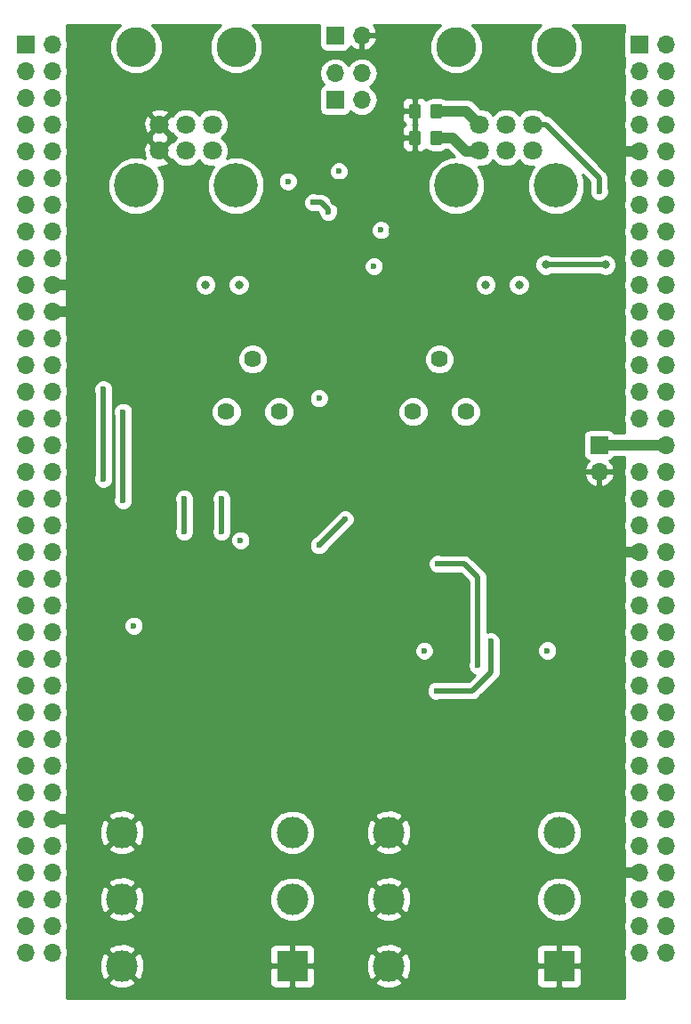
<source format=gbr>
G04 #@! TF.GenerationSoftware,KiCad,Pcbnew,(5.0.0-3-g5ebb6b6)*
G04 #@! TF.CreationDate,2019-04-23T02:19:09+01:00*
G04 #@! TF.ProjectId,Nucleo144AudioBreakout,4E75636C656F313434417564696F4272,RevA*
G04 #@! TF.SameCoordinates,Original*
G04 #@! TF.FileFunction,Copper,L4,Bot,Signal*
G04 #@! TF.FilePolarity,Positive*
%FSLAX46Y46*%
G04 Gerber Fmt 4.6, Leading zero omitted, Abs format (unit mm)*
G04 Created by KiCad (PCBNEW (5.0.0-3-g5ebb6b6)) date Tuesday, 23 April 2019 at 02:19:09*
%MOMM*%
%LPD*%
G01*
G04 APERTURE LIST*
G04 #@! TA.AperFunction,ComponentPad*
%ADD10C,3.800000*%
G04 #@! TD*
G04 #@! TA.AperFunction,ComponentPad*
%ADD11C,3.000000*%
G04 #@! TD*
G04 #@! TA.AperFunction,ComponentPad*
%ADD12R,3.000000X3.000000*%
G04 #@! TD*
G04 #@! TA.AperFunction,ComponentPad*
%ADD13O,1.700000X1.700000*%
G04 #@! TD*
G04 #@! TA.AperFunction,ComponentPad*
%ADD14R,1.700000X1.700000*%
G04 #@! TD*
G04 #@! TA.AperFunction,ComponentPad*
%ADD15C,1.620000*%
G04 #@! TD*
G04 #@! TA.AperFunction,Conductor*
%ADD16C,0.100000*%
G04 #@! TD*
G04 #@! TA.AperFunction,SMDPad,CuDef*
%ADD17C,1.150000*%
G04 #@! TD*
G04 #@! TA.AperFunction,ComponentPad*
%ADD18C,4.200000*%
G04 #@! TD*
G04 #@! TA.AperFunction,ComponentPad*
%ADD19C,1.800000*%
G04 #@! TD*
G04 #@! TA.AperFunction,ViaPad*
%ADD20C,0.600000*%
G04 #@! TD*
G04 #@! TA.AperFunction,Conductor*
%ADD21R,2.650000X1.000000*%
G04 #@! TD*
G04 #@! TA.AperFunction,ViaPad*
%ADD22C,0.800000*%
G04 #@! TD*
G04 #@! TA.AperFunction,Conductor*
%ADD23C,0.500000*%
G04 #@! TD*
G04 #@! TA.AperFunction,Conductor*
%ADD24C,1.000000*%
G04 #@! TD*
G04 #@! TA.AperFunction,Conductor*
%ADD25C,0.254000*%
G04 #@! TD*
G04 APERTURE END LIST*
D10*
G04 #@! TO.P,REF\002A\002A,1*
G04 #@! TO.N,N/C*
X121666000Y-87884000D03*
G04 #@! TD*
G04 #@! TO.P,REF\002A\002A,1*
G04 #@! TO.N,N/C*
X112130000Y-87884000D03*
G04 #@! TD*
G04 #@! TO.P,REF\002A\002A,1*
G04 #@! TO.N,N/C*
X91186000Y-87884000D03*
G04 #@! TD*
G04 #@! TO.P,REF\002A\002A,1*
G04 #@! TO.N,N/C*
X81661000Y-87884000D03*
G04 #@! TD*
D11*
G04 #@! TO.P,JIN1,6*
G04 #@! TO.N,GNDS*
X80290000Y-168910000D03*
G04 #@! TO.P,JIN1,5*
X80290000Y-162560000D03*
G04 #@! TO.P,JIN1,4*
X80290000Y-175260000D03*
G04 #@! TO.P,JIN1,3*
G04 #@! TO.N,Net-(JIN1-Pad3)*
X96520000Y-168910000D03*
G04 #@! TO.P,JIN1,2*
G04 #@! TO.N,Net-(JIN1-Pad2)*
X96520000Y-162560000D03*
D12*
G04 #@! TO.P,JIN1,1*
G04 #@! TO.N,GNDS*
X96520000Y-175260000D03*
G04 #@! TD*
D13*
G04 #@! TO.P,CN11,70*
G04 #@! TO.N,N/C*
X73660000Y-173990000D03*
G04 #@! TO.P,CN11,69*
X71120000Y-173990000D03*
G04 #@! TO.P,CN11,68*
X73660000Y-171450000D03*
G04 #@! TO.P,CN11,67*
X71120000Y-171450000D03*
G04 #@! TO.P,CN11,66*
X73660000Y-168910000D03*
G04 #@! TO.P,CN11,65*
X71120000Y-168910000D03*
G04 #@! TO.P,CN11,64*
X73660000Y-166370000D03*
G04 #@! TO.P,CN11,63*
X71120000Y-166370000D03*
G04 #@! TO.P,CN11,62*
X73660000Y-163830000D03*
G04 #@! TO.P,CN11,61*
X71120000Y-163830000D03*
G04 #@! TO.P,CN11,60*
G04 #@! TO.N,GNDS*
X73660000Y-161290000D03*
G04 #@! TO.P,CN11,59*
G04 #@! TO.N,N/C*
X71120000Y-161290000D03*
G04 #@! TO.P,CN11,58*
X73660000Y-158750000D03*
G04 #@! TO.P,CN11,57*
X71120000Y-158750000D03*
G04 #@! TO.P,CN11,56*
X73660000Y-156210000D03*
G04 #@! TO.P,CN11,55*
X71120000Y-156210000D03*
G04 #@! TO.P,CN11,54*
X73660000Y-153670000D03*
G04 #@! TO.P,CN11,53*
X71120000Y-153670000D03*
G04 #@! TO.P,CN11,52*
X73660000Y-151130000D03*
G04 #@! TO.P,CN11,51*
X71120000Y-151130000D03*
G04 #@! TO.P,CN11,50*
X73660000Y-148590000D03*
G04 #@! TO.P,CN11,49*
X71120000Y-148590000D03*
G04 #@! TO.P,CN11,48*
X73660000Y-146050000D03*
G04 #@! TO.P,CN11,47*
X71120000Y-146050000D03*
G04 #@! TO.P,CN11,46*
X73660000Y-143510000D03*
G04 #@! TO.P,CN11,45*
X71120000Y-143510000D03*
G04 #@! TO.P,CN11,44*
X73660000Y-140970000D03*
G04 #@! TO.P,CN11,43*
X71120000Y-140970000D03*
G04 #@! TO.P,CN11,42*
X73660000Y-138430000D03*
G04 #@! TO.P,CN11,41*
X71120000Y-138430000D03*
G04 #@! TO.P,CN11,40*
X73660000Y-135890000D03*
G04 #@! TO.P,CN11,39*
X71120000Y-135890000D03*
G04 #@! TO.P,CN11,38*
X73660000Y-133350000D03*
G04 #@! TO.P,CN11,37*
X71120000Y-133350000D03*
G04 #@! TO.P,CN11,36*
X73660000Y-130810000D03*
G04 #@! TO.P,CN11,35*
X71120000Y-130810000D03*
G04 #@! TO.P,CN11,34*
X73660000Y-128270000D03*
G04 #@! TO.P,CN11,33*
X71120000Y-128270000D03*
G04 #@! TO.P,CN11,32*
G04 #@! TO.N,/PA4_DAC_OUT1*
X73660000Y-125730000D03*
G04 #@! TO.P,CN11,31*
G04 #@! TO.N,N/C*
X71120000Y-125730000D03*
G04 #@! TO.P,CN11,30*
G04 #@! TO.N,/PA1_ADC1_IN2*
X73660000Y-123190000D03*
G04 #@! TO.P,CN11,29*
G04 #@! TO.N,N/C*
X71120000Y-123190000D03*
G04 #@! TO.P,CN11,28*
G04 #@! TO.N,/PA0_ADC1_IN1*
X73660000Y-120650000D03*
G04 #@! TO.P,CN11,27*
G04 #@! TO.N,N/C*
X71120000Y-120650000D03*
G04 #@! TO.P,CN11,26*
X73660000Y-118110000D03*
G04 #@! TO.P,CN11,25*
X71120000Y-118110000D03*
G04 #@! TO.P,CN11,24*
X73660000Y-115570000D03*
G04 #@! TO.P,CN11,23*
X71120000Y-115570000D03*
G04 #@! TO.P,CN11,22*
G04 #@! TO.N,GNDS*
X73660000Y-113030000D03*
G04 #@! TO.P,CN11,21*
G04 #@! TO.N,N/C*
X71120000Y-113030000D03*
G04 #@! TO.P,CN11,20*
G04 #@! TO.N,GNDS*
X73660000Y-110490000D03*
G04 #@! TO.P,CN11,19*
G04 #@! TO.N,N/C*
X71120000Y-110490000D03*
G04 #@! TO.P,CN11,18*
G04 #@! TO.N,VDD*
X73660000Y-107950000D03*
G04 #@! TO.P,CN11,17*
G04 #@! TO.N,N/C*
X71120000Y-107950000D03*
G04 #@! TO.P,CN11,16*
X73660000Y-105410000D03*
G04 #@! TO.P,CN11,15*
X71120000Y-105410000D03*
G04 #@! TO.P,CN11,14*
X73660000Y-102870000D03*
G04 #@! TO.P,CN11,13*
X71120000Y-102870000D03*
G04 #@! TO.P,CN11,12*
X73660000Y-100330000D03*
G04 #@! TO.P,CN11,11*
X71120000Y-100330000D03*
G04 #@! TO.P,CN11,10*
X73660000Y-97790000D03*
G04 #@! TO.P,CN11,9*
X71120000Y-97790000D03*
G04 #@! TO.P,CN11,8*
X73660000Y-95250000D03*
G04 #@! TO.P,CN11,7*
X71120000Y-95250000D03*
G04 #@! TO.P,CN11,6*
X73660000Y-92710000D03*
G04 #@! TO.P,CN11,5*
X71120000Y-92710000D03*
G04 #@! TO.P,CN11,4*
X73660000Y-90170000D03*
G04 #@! TO.P,CN11,3*
X71120000Y-90170000D03*
G04 #@! TO.P,CN11,2*
X73660000Y-87630000D03*
D14*
G04 #@! TO.P,CN11,1*
X71120000Y-87630000D03*
G04 #@! TD*
G04 #@! TO.P,CN12,1*
G04 #@! TO.N,N/C*
X129540000Y-87630000D03*
D13*
G04 #@! TO.P,CN12,2*
X132080000Y-87630000D03*
G04 #@! TO.P,CN12,3*
X129540000Y-90170000D03*
G04 #@! TO.P,CN12,4*
X132080000Y-90170000D03*
G04 #@! TO.P,CN12,5*
X129540000Y-92710000D03*
G04 #@! TO.P,CN12,6*
X132080000Y-92710000D03*
G04 #@! TO.P,CN12,7*
X129540000Y-95250000D03*
G04 #@! TO.P,CN12,8*
X132080000Y-95250000D03*
G04 #@! TO.P,CN12,9*
G04 #@! TO.N,GNDS*
X129540000Y-97790000D03*
G04 #@! TO.P,CN12,10*
G04 #@! TO.N,N/C*
X132080000Y-97790000D03*
G04 #@! TO.P,CN12,11*
G04 #@! TO.N,/PA5_DAC_OUT2*
X129540000Y-100330000D03*
G04 #@! TO.P,CN12,12*
G04 #@! TO.N,N/C*
X132080000Y-100330000D03*
G04 #@! TO.P,CN12,13*
X129540000Y-102870000D03*
G04 #@! TO.P,CN12,14*
X132080000Y-102870000D03*
G04 #@! TO.P,CN12,15*
X129540000Y-105410000D03*
G04 #@! TO.P,CN12,16*
X132080000Y-105410000D03*
G04 #@! TO.P,CN12,17*
X129540000Y-107950000D03*
G04 #@! TO.P,CN12,18*
X132080000Y-107950000D03*
G04 #@! TO.P,CN12,19*
X129540000Y-110490000D03*
G04 #@! TO.P,CN12,20*
X132080000Y-110490000D03*
G04 #@! TO.P,CN12,21*
X129540000Y-113030000D03*
G04 #@! TO.P,CN12,22*
X132080000Y-113030000D03*
G04 #@! TO.P,CN12,23*
X129540000Y-115570000D03*
G04 #@! TO.P,CN12,24*
X132080000Y-115570000D03*
G04 #@! TO.P,CN12,25*
X129540000Y-118110000D03*
G04 #@! TO.P,CN12,26*
X132080000Y-118110000D03*
G04 #@! TO.P,CN12,27*
X129540000Y-120650000D03*
G04 #@! TO.P,CN12,28*
X132080000Y-120650000D03*
G04 #@! TO.P,CN12,29*
X129540000Y-123190000D03*
G04 #@! TO.P,CN12,30*
X132080000Y-123190000D03*
G04 #@! TO.P,CN12,32*
G04 #@! TO.N,Net-(CN12-Pad32)*
X132080000Y-125730000D03*
G04 #@! TO.P,CN12,33*
G04 #@! TO.N,N/C*
X129540000Y-128270000D03*
G04 #@! TO.P,CN12,34*
X132080000Y-128270000D03*
G04 #@! TO.P,CN12,35*
X129540000Y-130810000D03*
G04 #@! TO.P,CN12,36*
X132080000Y-130810000D03*
G04 #@! TO.P,CN12,37*
X129540000Y-133350000D03*
G04 #@! TO.P,CN12,38*
X132080000Y-133350000D03*
G04 #@! TO.P,CN12,39*
G04 #@! TO.N,GNDS*
X129540000Y-135890000D03*
G04 #@! TO.P,CN12,40*
G04 #@! TO.N,N/C*
X132080000Y-135890000D03*
G04 #@! TO.P,CN12,41*
X129540000Y-138430000D03*
G04 #@! TO.P,CN12,42*
X132080000Y-138430000D03*
G04 #@! TO.P,CN12,43*
X129540000Y-140970000D03*
G04 #@! TO.P,CN12,44*
X132080000Y-140970000D03*
G04 #@! TO.P,CN12,45*
X129540000Y-143510000D03*
G04 #@! TO.P,CN12,46*
X132080000Y-143510000D03*
G04 #@! TO.P,CN12,47*
X129540000Y-146050000D03*
G04 #@! TO.P,CN12,48*
X132080000Y-146050000D03*
G04 #@! TO.P,CN12,49*
X129540000Y-148590000D03*
G04 #@! TO.P,CN12,50*
X132080000Y-148590000D03*
G04 #@! TO.P,CN12,51*
X129540000Y-151130000D03*
G04 #@! TO.P,CN12,52*
X132080000Y-151130000D03*
G04 #@! TO.P,CN12,53*
X129540000Y-153670000D03*
G04 #@! TO.P,CN12,54*
X132080000Y-153670000D03*
G04 #@! TO.P,CN12,55*
X129540000Y-156210000D03*
G04 #@! TO.P,CN12,56*
X132080000Y-156210000D03*
G04 #@! TO.P,CN12,57*
X129540000Y-158750000D03*
G04 #@! TO.P,CN12,58*
X132080000Y-158750000D03*
G04 #@! TO.P,CN12,59*
X129540000Y-161290000D03*
G04 #@! TO.P,CN12,60*
X132080000Y-161290000D03*
G04 #@! TO.P,CN12,61*
X129540000Y-163830000D03*
G04 #@! TO.P,CN12,62*
X132080000Y-163830000D03*
G04 #@! TO.P,CN12,63*
G04 #@! TO.N,GNDS*
X129540000Y-166370000D03*
G04 #@! TO.P,CN12,64*
G04 #@! TO.N,N/C*
X132080000Y-166370000D03*
G04 #@! TO.P,CN12,65*
X129540000Y-168910000D03*
G04 #@! TO.P,CN12,66*
X132080000Y-168910000D03*
G04 #@! TO.P,CN12,67*
X129540000Y-171450000D03*
G04 #@! TO.P,CN12,68*
X132080000Y-171450000D03*
G04 #@! TO.P,CN12,69*
X129540000Y-173990000D03*
G04 #@! TO.P,CN12,70*
X132080000Y-173990000D03*
G04 #@! TD*
D12*
G04 #@! TO.P,JOUT1,1*
G04 #@! TO.N,GNDS*
X121920000Y-175260000D03*
D11*
G04 #@! TO.P,JOUT1,2*
G04 #@! TO.N,Net-(JOUT1-Pad2)*
X121920000Y-162560000D03*
G04 #@! TO.P,JOUT1,3*
G04 #@! TO.N,Net-(JOUT1-Pad3)*
X121920000Y-168910000D03*
G04 #@! TO.P,JOUT1,4*
G04 #@! TO.N,GNDS*
X105690000Y-175260000D03*
G04 #@! TO.P,JOUT1,5*
X105690000Y-162560000D03*
G04 #@! TO.P,JOUT1,6*
X105690000Y-168910000D03*
G04 #@! TD*
D15*
G04 #@! TO.P,RV3,3*
G04 #@! TO.N,Net-(R12-Pad1)*
X90250000Y-122555000D03*
G04 #@! TO.P,RV3,2*
G04 #@! TO.N,Net-(RV3-Pad2)*
X92750000Y-117555000D03*
G04 #@! TO.P,RV3,1*
G04 #@! TO.N,Net-(R11-Pad2)*
X95250000Y-122555000D03*
G04 #@! TD*
G04 #@! TO.P,RV4,3*
G04 #@! TO.N,Net-(R14-Pad1)*
X108030000Y-122555000D03*
G04 #@! TO.P,RV4,2*
G04 #@! TO.N,Net-(RV4-Pad2)*
X110530000Y-117555000D03*
G04 #@! TO.P,RV4,1*
G04 #@! TO.N,Net-(R13-Pad2)*
X113030000Y-122555000D03*
G04 #@! TD*
D16*
G04 #@! TO.N,Net-(R5-Pad2)*
G04 #@! TO.C,R5*
G36*
X110594505Y-93281204D02*
X110618773Y-93284804D01*
X110642572Y-93290765D01*
X110665671Y-93299030D01*
X110687850Y-93309520D01*
X110708893Y-93322132D01*
X110728599Y-93336747D01*
X110746777Y-93353223D01*
X110763253Y-93371401D01*
X110777868Y-93391107D01*
X110790480Y-93412150D01*
X110800970Y-93434329D01*
X110809235Y-93457428D01*
X110815196Y-93481227D01*
X110818796Y-93505495D01*
X110820000Y-93529999D01*
X110820000Y-94430001D01*
X110818796Y-94454505D01*
X110815196Y-94478773D01*
X110809235Y-94502572D01*
X110800970Y-94525671D01*
X110790480Y-94547850D01*
X110777868Y-94568893D01*
X110763253Y-94588599D01*
X110746777Y-94606777D01*
X110728599Y-94623253D01*
X110708893Y-94637868D01*
X110687850Y-94650480D01*
X110665671Y-94660970D01*
X110642572Y-94669235D01*
X110618773Y-94675196D01*
X110594505Y-94678796D01*
X110570001Y-94680000D01*
X109919999Y-94680000D01*
X109895495Y-94678796D01*
X109871227Y-94675196D01*
X109847428Y-94669235D01*
X109824329Y-94660970D01*
X109802150Y-94650480D01*
X109781107Y-94637868D01*
X109761401Y-94623253D01*
X109743223Y-94606777D01*
X109726747Y-94588599D01*
X109712132Y-94568893D01*
X109699520Y-94547850D01*
X109689030Y-94525671D01*
X109680765Y-94502572D01*
X109674804Y-94478773D01*
X109671204Y-94454505D01*
X109670000Y-94430001D01*
X109670000Y-93529999D01*
X109671204Y-93505495D01*
X109674804Y-93481227D01*
X109680765Y-93457428D01*
X109689030Y-93434329D01*
X109699520Y-93412150D01*
X109712132Y-93391107D01*
X109726747Y-93371401D01*
X109743223Y-93353223D01*
X109761401Y-93336747D01*
X109781107Y-93322132D01*
X109802150Y-93309520D01*
X109824329Y-93299030D01*
X109847428Y-93290765D01*
X109871227Y-93284804D01*
X109895495Y-93281204D01*
X109919999Y-93280000D01*
X110570001Y-93280000D01*
X110594505Y-93281204D01*
X110594505Y-93281204D01*
G37*
D17*
G04 #@! TD*
G04 #@! TO.P,R5,2*
G04 #@! TO.N,Net-(R5-Pad2)*
X110245000Y-93980000D03*
D16*
G04 #@! TO.N,GNDS*
G04 #@! TO.C,R5*
G36*
X108544505Y-93281204D02*
X108568773Y-93284804D01*
X108592572Y-93290765D01*
X108615671Y-93299030D01*
X108637850Y-93309520D01*
X108658893Y-93322132D01*
X108678599Y-93336747D01*
X108696777Y-93353223D01*
X108713253Y-93371401D01*
X108727868Y-93391107D01*
X108740480Y-93412150D01*
X108750970Y-93434329D01*
X108759235Y-93457428D01*
X108765196Y-93481227D01*
X108768796Y-93505495D01*
X108770000Y-93529999D01*
X108770000Y-94430001D01*
X108768796Y-94454505D01*
X108765196Y-94478773D01*
X108759235Y-94502572D01*
X108750970Y-94525671D01*
X108740480Y-94547850D01*
X108727868Y-94568893D01*
X108713253Y-94588599D01*
X108696777Y-94606777D01*
X108678599Y-94623253D01*
X108658893Y-94637868D01*
X108637850Y-94650480D01*
X108615671Y-94660970D01*
X108592572Y-94669235D01*
X108568773Y-94675196D01*
X108544505Y-94678796D01*
X108520001Y-94680000D01*
X107869999Y-94680000D01*
X107845495Y-94678796D01*
X107821227Y-94675196D01*
X107797428Y-94669235D01*
X107774329Y-94660970D01*
X107752150Y-94650480D01*
X107731107Y-94637868D01*
X107711401Y-94623253D01*
X107693223Y-94606777D01*
X107676747Y-94588599D01*
X107662132Y-94568893D01*
X107649520Y-94547850D01*
X107639030Y-94525671D01*
X107630765Y-94502572D01*
X107624804Y-94478773D01*
X107621204Y-94454505D01*
X107620000Y-94430001D01*
X107620000Y-93529999D01*
X107621204Y-93505495D01*
X107624804Y-93481227D01*
X107630765Y-93457428D01*
X107639030Y-93434329D01*
X107649520Y-93412150D01*
X107662132Y-93391107D01*
X107676747Y-93371401D01*
X107693223Y-93353223D01*
X107711401Y-93336747D01*
X107731107Y-93322132D01*
X107752150Y-93309520D01*
X107774329Y-93299030D01*
X107797428Y-93290765D01*
X107821227Y-93284804D01*
X107845495Y-93281204D01*
X107869999Y-93280000D01*
X108520001Y-93280000D01*
X108544505Y-93281204D01*
X108544505Y-93281204D01*
G37*
D17*
G04 #@! TD*
G04 #@! TO.P,R5,1*
G04 #@! TO.N,GNDS*
X108195000Y-93980000D03*
D16*
G04 #@! TO.N,GNDS*
G04 #@! TO.C,R6*
G36*
X108544505Y-95821204D02*
X108568773Y-95824804D01*
X108592572Y-95830765D01*
X108615671Y-95839030D01*
X108637850Y-95849520D01*
X108658893Y-95862132D01*
X108678599Y-95876747D01*
X108696777Y-95893223D01*
X108713253Y-95911401D01*
X108727868Y-95931107D01*
X108740480Y-95952150D01*
X108750970Y-95974329D01*
X108759235Y-95997428D01*
X108765196Y-96021227D01*
X108768796Y-96045495D01*
X108770000Y-96069999D01*
X108770000Y-96970001D01*
X108768796Y-96994505D01*
X108765196Y-97018773D01*
X108759235Y-97042572D01*
X108750970Y-97065671D01*
X108740480Y-97087850D01*
X108727868Y-97108893D01*
X108713253Y-97128599D01*
X108696777Y-97146777D01*
X108678599Y-97163253D01*
X108658893Y-97177868D01*
X108637850Y-97190480D01*
X108615671Y-97200970D01*
X108592572Y-97209235D01*
X108568773Y-97215196D01*
X108544505Y-97218796D01*
X108520001Y-97220000D01*
X107869999Y-97220000D01*
X107845495Y-97218796D01*
X107821227Y-97215196D01*
X107797428Y-97209235D01*
X107774329Y-97200970D01*
X107752150Y-97190480D01*
X107731107Y-97177868D01*
X107711401Y-97163253D01*
X107693223Y-97146777D01*
X107676747Y-97128599D01*
X107662132Y-97108893D01*
X107649520Y-97087850D01*
X107639030Y-97065671D01*
X107630765Y-97042572D01*
X107624804Y-97018773D01*
X107621204Y-96994505D01*
X107620000Y-96970001D01*
X107620000Y-96069999D01*
X107621204Y-96045495D01*
X107624804Y-96021227D01*
X107630765Y-95997428D01*
X107639030Y-95974329D01*
X107649520Y-95952150D01*
X107662132Y-95931107D01*
X107676747Y-95911401D01*
X107693223Y-95893223D01*
X107711401Y-95876747D01*
X107731107Y-95862132D01*
X107752150Y-95849520D01*
X107774329Y-95839030D01*
X107797428Y-95830765D01*
X107821227Y-95824804D01*
X107845495Y-95821204D01*
X107869999Y-95820000D01*
X108520001Y-95820000D01*
X108544505Y-95821204D01*
X108544505Y-95821204D01*
G37*
D17*
G04 #@! TD*
G04 #@! TO.P,R6,1*
G04 #@! TO.N,GNDS*
X108195000Y-96520000D03*
D16*
G04 #@! TO.N,Net-(R6-Pad2)*
G04 #@! TO.C,R6*
G36*
X110594505Y-95821204D02*
X110618773Y-95824804D01*
X110642572Y-95830765D01*
X110665671Y-95839030D01*
X110687850Y-95849520D01*
X110708893Y-95862132D01*
X110728599Y-95876747D01*
X110746777Y-95893223D01*
X110763253Y-95911401D01*
X110777868Y-95931107D01*
X110790480Y-95952150D01*
X110800970Y-95974329D01*
X110809235Y-95997428D01*
X110815196Y-96021227D01*
X110818796Y-96045495D01*
X110820000Y-96069999D01*
X110820000Y-96970001D01*
X110818796Y-96994505D01*
X110815196Y-97018773D01*
X110809235Y-97042572D01*
X110800970Y-97065671D01*
X110790480Y-97087850D01*
X110777868Y-97108893D01*
X110763253Y-97128599D01*
X110746777Y-97146777D01*
X110728599Y-97163253D01*
X110708893Y-97177868D01*
X110687850Y-97190480D01*
X110665671Y-97200970D01*
X110642572Y-97209235D01*
X110618773Y-97215196D01*
X110594505Y-97218796D01*
X110570001Y-97220000D01*
X109919999Y-97220000D01*
X109895495Y-97218796D01*
X109871227Y-97215196D01*
X109847428Y-97209235D01*
X109824329Y-97200970D01*
X109802150Y-97190480D01*
X109781107Y-97177868D01*
X109761401Y-97163253D01*
X109743223Y-97146777D01*
X109726747Y-97128599D01*
X109712132Y-97108893D01*
X109699520Y-97087850D01*
X109689030Y-97065671D01*
X109680765Y-97042572D01*
X109674804Y-97018773D01*
X109671204Y-96994505D01*
X109670000Y-96970001D01*
X109670000Y-96069999D01*
X109671204Y-96045495D01*
X109674804Y-96021227D01*
X109680765Y-95997428D01*
X109689030Y-95974329D01*
X109699520Y-95952150D01*
X109712132Y-95931107D01*
X109726747Y-95911401D01*
X109743223Y-95893223D01*
X109761401Y-95876747D01*
X109781107Y-95862132D01*
X109802150Y-95849520D01*
X109824329Y-95839030D01*
X109847428Y-95830765D01*
X109871227Y-95824804D01*
X109895495Y-95821204D01*
X109919999Y-95820000D01*
X110570001Y-95820000D01*
X110594505Y-95821204D01*
X110594505Y-95821204D01*
G37*
D17*
G04 #@! TD*
G04 #@! TO.P,R6,2*
G04 #@! TO.N,Net-(R6-Pad2)*
X110245000Y-96520000D03*
D18*
G04 #@! TO.P,RV1,*
G04 #@! TO.N,*
X91150000Y-101050000D03*
X81650000Y-101050000D03*
D19*
G04 #@! TO.P,RV1,4*
G04 #@! TO.N,Net-(JIN1-Pad3)*
X88900000Y-97750000D03*
G04 #@! TO.P,RV1,5*
G04 #@! TO.N,Net-(R2-Pad1)*
X86400000Y-97750000D03*
G04 #@! TO.P,RV1,6*
G04 #@! TO.N,GNDS*
X83900000Y-97750000D03*
G04 #@! TO.P,RV1,1*
G04 #@! TO.N,Net-(JIN1-Pad2)*
X88900000Y-95250000D03*
G04 #@! TO.P,RV1,2*
G04 #@! TO.N,Net-(R1-Pad1)*
X86400000Y-95250000D03*
G04 #@! TO.P,RV1,3*
G04 #@! TO.N,GNDS*
X83900000Y-95250000D03*
G04 #@! TD*
G04 #@! TO.P,RV2,3*
G04 #@! TO.N,Net-(R5-Pad2)*
X114380000Y-95250000D03*
G04 #@! TO.P,RV2,2*
G04 #@! TO.N,Net-(RV2-Pad2)*
X116880000Y-95250000D03*
G04 #@! TO.P,RV2,1*
G04 #@! TO.N,/PA4_DAC_OUT1*
X119380000Y-95250000D03*
G04 #@! TO.P,RV2,6*
G04 #@! TO.N,Net-(R6-Pad2)*
X114380000Y-97750000D03*
G04 #@! TO.P,RV2,5*
G04 #@! TO.N,Net-(RV2-Pad5)*
X116880000Y-97750000D03*
G04 #@! TO.P,RV2,4*
G04 #@! TO.N,/PA5_DAC_OUT2*
X119380000Y-97750000D03*
D18*
G04 #@! TO.P,RV2,*
G04 #@! TO.N,*
X112130000Y-101050000D03*
X121630000Y-101050000D03*
G04 #@! TD*
D14*
G04 #@! TO.P,JAGND1,1*
G04 #@! TO.N,Net-(CN12-Pad32)*
X125730000Y-125730000D03*
D13*
G04 #@! TO.P,JAGND1,2*
G04 #@! TO.N,GNDS*
X125730000Y-128270000D03*
G04 #@! TD*
D14*
G04 #@! TO.P,J1,1*
G04 #@! TO.N,/LM27762PSU/VDDEXT*
X100609400Y-86791800D03*
D13*
G04 #@! TO.P,J1,2*
G04 #@! TO.N,GNDS*
X103149400Y-86791800D03*
G04 #@! TD*
D20*
G04 #@! TO.N,GNDS*
G04 #@! TO.C,U3*
X102044500Y-101663500D03*
X101044500Y-101663500D03*
X103044500Y-101663500D03*
D21*
X102044500Y-101663500D03*
G04 #@! TD*
D14*
G04 #@! TO.P,J2,1*
G04 #@! TO.N,VDD*
X100609400Y-92913200D03*
D13*
G04 #@! TO.P,J2,2*
G04 #@! TO.N,/LM27762PSU/VDDEXT*
X100609400Y-90373200D03*
G04 #@! TO.P,J2,3*
G04 #@! TO.N,/LM27762PSU/5V*
X103149400Y-92913200D03*
G04 #@! TO.P,J2,4*
X103149400Y-90373200D03*
G04 #@! TD*
D20*
G04 #@! TO.N,+5V*
X104290000Y-108735000D03*
X91590000Y-134770000D03*
D22*
X118110000Y-110490000D03*
X91440000Y-110490000D03*
D20*
X100965000Y-99707700D03*
X109093000Y-145288000D03*
X96113600Y-100660200D03*
G04 #@! TO.N,-5V*
X81430000Y-142898000D03*
X120800000Y-145265000D03*
X99060000Y-121285000D03*
D22*
X114935000Y-110490000D03*
X88265000Y-110490000D03*
D20*
X104965500Y-105295700D03*
G04 #@! TO.N,/PA4_DAC_OUT1*
X125730000Y-101600000D03*
G04 #@! TO.N,/PA0_ADC1_IN1*
X86233000Y-130810000D03*
X86233000Y-133984999D03*
G04 #@! TO.N,Net-(JIN1-Pad2)*
X78536800Y-120446800D03*
X78536800Y-128930400D03*
X78536800Y-128930400D03*
G04 #@! TO.N,Net-(R1-Pad1)*
X80416400Y-122580400D03*
X80416402Y-130987800D03*
G04 #@! TO.N,/FLAT_LINE_ADJUST_IN*
X99060000Y-135255000D03*
X101549200Y-132765800D03*
G04 #@! TO.N,Net-(R2-Pad1)*
X89789000Y-133985000D03*
X89789000Y-130810000D03*
G04 #@! TO.N,Net-(R17-Pad2)*
X110354000Y-137024000D03*
X114173000Y-146685006D03*
D22*
G04 #@! TO.N,/FLAT_LINE_ADJUST_OUT*
X120650000Y-108585000D03*
X126365000Y-108585000D03*
D20*
G04 #@! TO.N,Net-(R10-Pad2)*
X115443000Y-144399000D03*
X110236000Y-149098000D03*
D22*
G04 #@! TO.N,GNDS*
X84455000Y-141604992D03*
X118745000Y-141605000D03*
X118745000Y-144145000D03*
X93345000Y-142875000D03*
D20*
X106680000Y-109855000D03*
X106680000Y-111125000D03*
X97155000Y-117475000D03*
X108100000Y-145265000D03*
X121770000Y-141755000D03*
X103060500Y-97612200D03*
X92583002Y-138112500D03*
X85090000Y-144145000D03*
X100025200Y-97612200D03*
X105968800Y-105308400D03*
X102260400Y-105308400D03*
G04 #@! TO.N,Net-(R20-Pad1)*
X99948994Y-103581200D03*
X98526600Y-102666798D03*
G04 #@! TD*
D23*
G04 #@! TO.N,/PA4_DAC_OUT1*
X119380000Y-95250000D02*
X120652792Y-95250000D01*
X125730000Y-101175736D02*
X125730000Y-101600000D01*
X125730000Y-100327208D02*
X125730000Y-101175736D01*
X120652792Y-95250000D02*
X125730000Y-100327208D01*
G04 #@! TO.N,/PA0_ADC1_IN1*
X86233000Y-130810000D02*
X86233000Y-133984999D01*
G04 #@! TO.N,Net-(JIN1-Pad2)*
X78536800Y-120446800D02*
X78536800Y-120871064D01*
X78536800Y-120871064D02*
X78536800Y-128930400D01*
G04 #@! TO.N,Net-(R1-Pad1)*
X80416400Y-130987798D02*
X80416402Y-130987800D01*
X80416400Y-122580400D02*
X80416400Y-130987798D01*
G04 #@! TO.N,/FLAT_LINE_ADJUST_IN*
X99060000Y-135255000D02*
X101549200Y-132765800D01*
G04 #@! TO.N,Net-(R2-Pad1)*
X89789000Y-133985000D02*
X89789000Y-130810000D01*
D24*
G04 #@! TO.N,Net-(R5-Pad2)*
X113110000Y-93980000D02*
X114380000Y-95250000D01*
X110245000Y-93980000D02*
X113110000Y-93980000D01*
G04 #@! TO.N,Net-(R6-Pad2)*
X114340000Y-97790000D02*
X114380000Y-97750000D01*
X113030000Y-97790000D02*
X114340000Y-97790000D01*
X111760000Y-96520000D02*
X113030000Y-97790000D01*
X110245000Y-96520000D02*
X111760000Y-96520000D01*
D23*
G04 #@! TO.N,Net-(R17-Pad2)*
X112894000Y-137024000D02*
X110354000Y-137024000D01*
X114173000Y-138303000D02*
X112894000Y-137024000D01*
X114173000Y-146685006D02*
X114173000Y-138303000D01*
G04 #@! TO.N,/FLAT_LINE_ADJUST_OUT*
X126365000Y-108585000D02*
X120650000Y-108585000D01*
G04 #@! TO.N,Net-(R10-Pad2)*
X113665000Y-149098000D02*
X115443000Y-147320000D01*
X113665000Y-149098000D02*
X110236000Y-149098000D01*
X115443000Y-144399000D02*
X115443000Y-147320000D01*
D24*
G04 #@! TO.N,GNDS*
X73660000Y-110490000D02*
X76835000Y-110490000D01*
X129540000Y-97790000D02*
X127000000Y-97790000D01*
X129540000Y-135890000D02*
X127000000Y-135890000D01*
X129540000Y-166370000D02*
X127000000Y-166370000D01*
X73660000Y-161290000D02*
X76200000Y-161290000D01*
X73660000Y-113030000D02*
X76200000Y-113030000D01*
X101620236Y-101663500D02*
X101600000Y-101683736D01*
X102044500Y-101663500D02*
X101620236Y-101663500D01*
X101333300Y-101663500D02*
X102044500Y-101663500D01*
X103632000Y-100914200D02*
X102616000Y-100914200D01*
X103124000Y-102438200D02*
X103632000Y-101930200D01*
X103632000Y-101930200D02*
X103632000Y-100914200D01*
X101981000Y-100914200D02*
X100584000Y-100914200D01*
X100584000Y-100914200D02*
X100584000Y-102438200D01*
X100584000Y-102438200D02*
X103124000Y-102438200D01*
X102044500Y-100977700D02*
X101981000Y-100914200D01*
X102044500Y-101663500D02*
X102044500Y-100977700D01*
G04 #@! TO.N,Net-(CN12-Pad32)*
X125730000Y-125730000D02*
X132080000Y-125730000D01*
D23*
G04 #@! TO.N,Net-(R20-Pad1)*
X98526602Y-102666800D02*
X98526600Y-102666798D01*
X99288600Y-102666800D02*
X98526602Y-102666800D01*
X99948994Y-103327194D02*
X99288600Y-102666800D01*
X99948994Y-103581200D02*
X99948994Y-103327194D01*
G04 #@! TD*
D25*
G04 #@! TO.N,GNDS*
G36*
X79511930Y-86448038D02*
X79126000Y-87379757D01*
X79126000Y-88388243D01*
X79511930Y-89319962D01*
X80225038Y-90033070D01*
X81156757Y-90419000D01*
X82165243Y-90419000D01*
X83096962Y-90033070D01*
X83810070Y-89319962D01*
X84196000Y-88388243D01*
X84196000Y-87379757D01*
X83810070Y-86448038D01*
X83187032Y-85825000D01*
X89659968Y-85825000D01*
X89036930Y-86448038D01*
X88651000Y-87379757D01*
X88651000Y-88388243D01*
X89036930Y-89319962D01*
X89750038Y-90033070D01*
X90681757Y-90419000D01*
X91690243Y-90419000D01*
X91800814Y-90373200D01*
X99095308Y-90373200D01*
X99210561Y-90952618D01*
X99538775Y-91443825D01*
X99557019Y-91456016D01*
X99511635Y-91465043D01*
X99301591Y-91605391D01*
X99161243Y-91815435D01*
X99111960Y-92063200D01*
X99111960Y-93763200D01*
X99161243Y-94010965D01*
X99301591Y-94221009D01*
X99511635Y-94361357D01*
X99759400Y-94410640D01*
X101459400Y-94410640D01*
X101707165Y-94361357D01*
X101917209Y-94221009D01*
X102057557Y-94010965D01*
X102066584Y-93965581D01*
X102078775Y-93983825D01*
X102569982Y-94312039D01*
X103003144Y-94398200D01*
X103295656Y-94398200D01*
X103728818Y-94312039D01*
X103798094Y-94265750D01*
X106985000Y-94265750D01*
X106985000Y-94806310D01*
X107081673Y-95039699D01*
X107260302Y-95218327D01*
X107336767Y-95250000D01*
X107260302Y-95281673D01*
X107081673Y-95460301D01*
X106985000Y-95693690D01*
X106985000Y-96234250D01*
X107143750Y-96393000D01*
X108068000Y-96393000D01*
X108068000Y-95343750D01*
X107974250Y-95250000D01*
X108068000Y-95156250D01*
X108068000Y-94107000D01*
X107143750Y-94107000D01*
X106985000Y-94265750D01*
X103798094Y-94265750D01*
X104220025Y-93983825D01*
X104548239Y-93492618D01*
X104615655Y-93153690D01*
X106985000Y-93153690D01*
X106985000Y-93694250D01*
X107143750Y-93853000D01*
X108068000Y-93853000D01*
X108068000Y-92803750D01*
X108322000Y-92803750D01*
X108322000Y-93853000D01*
X108342000Y-93853000D01*
X108342000Y-94107000D01*
X108322000Y-94107000D01*
X108322000Y-95156250D01*
X108415750Y-95250000D01*
X108322000Y-95343750D01*
X108322000Y-96393000D01*
X108342000Y-96393000D01*
X108342000Y-96647000D01*
X108322000Y-96647000D01*
X108322000Y-97696250D01*
X108480750Y-97855000D01*
X108896309Y-97855000D01*
X109129698Y-97758327D01*
X109284623Y-97603403D01*
X109285414Y-97604586D01*
X109576564Y-97799127D01*
X109919999Y-97867440D01*
X110570001Y-97867440D01*
X110913436Y-97799127D01*
X111129136Y-97655000D01*
X111289869Y-97655000D01*
X111949868Y-98315000D01*
X111585975Y-98315000D01*
X110580747Y-98731379D01*
X109811379Y-99500747D01*
X109395000Y-100505975D01*
X109395000Y-101594025D01*
X109811379Y-102599253D01*
X110580747Y-103368621D01*
X111585975Y-103785000D01*
X112674025Y-103785000D01*
X113679253Y-103368621D01*
X114448621Y-102599253D01*
X114865000Y-101594025D01*
X114865000Y-100505975D01*
X114448621Y-99500747D01*
X114232874Y-99285000D01*
X114685330Y-99285000D01*
X115249507Y-99051310D01*
X115630000Y-98670817D01*
X116010493Y-99051310D01*
X116574670Y-99285000D01*
X117185330Y-99285000D01*
X117749507Y-99051310D01*
X118130000Y-98670817D01*
X118510493Y-99051310D01*
X119074670Y-99285000D01*
X119527126Y-99285000D01*
X119311379Y-99500747D01*
X118895000Y-100505975D01*
X118895000Y-101594025D01*
X119311379Y-102599253D01*
X120080747Y-103368621D01*
X121085975Y-103785000D01*
X122174025Y-103785000D01*
X123179253Y-103368621D01*
X123948621Y-102599253D01*
X124365000Y-101594025D01*
X124365000Y-100505975D01*
X124158392Y-100007179D01*
X124845000Y-100693787D01*
X124845000Y-101293306D01*
X124795000Y-101414017D01*
X124795000Y-101785983D01*
X124937345Y-102129635D01*
X125200365Y-102392655D01*
X125544017Y-102535000D01*
X125915983Y-102535000D01*
X126259635Y-102392655D01*
X126522655Y-102129635D01*
X126665000Y-101785983D01*
X126665000Y-101414017D01*
X126615000Y-101293306D01*
X126615000Y-100414367D01*
X126632337Y-100327207D01*
X126615000Y-100240047D01*
X126615000Y-100240043D01*
X126563652Y-99981898D01*
X126368049Y-99689159D01*
X126294156Y-99639785D01*
X121340217Y-94685847D01*
X121290841Y-94611951D01*
X120998102Y-94416348D01*
X120739957Y-94365000D01*
X120739953Y-94365000D01*
X120652792Y-94347663D01*
X120649195Y-94348378D01*
X120249507Y-93948690D01*
X119685330Y-93715000D01*
X119074670Y-93715000D01*
X118510493Y-93948690D01*
X118130000Y-94329183D01*
X117749507Y-93948690D01*
X117185330Y-93715000D01*
X116574670Y-93715000D01*
X116010493Y-93948690D01*
X115630000Y-94329183D01*
X115249507Y-93948690D01*
X114685330Y-93715000D01*
X114450131Y-93715000D01*
X113991613Y-93256482D01*
X113928289Y-93161711D01*
X113552855Y-92910854D01*
X113221783Y-92845000D01*
X113110000Y-92822765D01*
X112998217Y-92845000D01*
X111129136Y-92845000D01*
X110913436Y-92700873D01*
X110570001Y-92632560D01*
X109919999Y-92632560D01*
X109576564Y-92700873D01*
X109285414Y-92895414D01*
X109284623Y-92896597D01*
X109129698Y-92741673D01*
X108896309Y-92645000D01*
X108480750Y-92645000D01*
X108322000Y-92803750D01*
X108068000Y-92803750D01*
X107909250Y-92645000D01*
X107493691Y-92645000D01*
X107260302Y-92741673D01*
X107081673Y-92920301D01*
X106985000Y-93153690D01*
X104615655Y-93153690D01*
X104663492Y-92913200D01*
X104548239Y-92333782D01*
X104220025Y-91842575D01*
X103921639Y-91643200D01*
X104220025Y-91443825D01*
X104548239Y-90952618D01*
X104663492Y-90373200D01*
X104548239Y-89793782D01*
X104220025Y-89302575D01*
X103728818Y-88974361D01*
X103295656Y-88888200D01*
X103003144Y-88888200D01*
X102569982Y-88974361D01*
X102078775Y-89302575D01*
X101879400Y-89600961D01*
X101680025Y-89302575D01*
X101188818Y-88974361D01*
X100755656Y-88888200D01*
X100463144Y-88888200D01*
X100029982Y-88974361D01*
X99538775Y-89302575D01*
X99210561Y-89793782D01*
X99095308Y-90373200D01*
X91800814Y-90373200D01*
X92621962Y-90033070D01*
X93335070Y-89319962D01*
X93721000Y-88388243D01*
X93721000Y-87379757D01*
X93335070Y-86448038D01*
X92712032Y-85825000D01*
X99135193Y-85825000D01*
X99111960Y-85941800D01*
X99111960Y-87641800D01*
X99161243Y-87889565D01*
X99301591Y-88099609D01*
X99511635Y-88239957D01*
X99759400Y-88289240D01*
X101459400Y-88289240D01*
X101707165Y-88239957D01*
X101917209Y-88099609D01*
X102057557Y-87889565D01*
X102078139Y-87786092D01*
X102382476Y-88063445D01*
X102792510Y-88233276D01*
X103022400Y-88111955D01*
X103022400Y-86918800D01*
X103276400Y-86918800D01*
X103276400Y-88111955D01*
X103506290Y-88233276D01*
X103916324Y-88063445D01*
X104344583Y-87673158D01*
X104590886Y-87148692D01*
X104470219Y-86918800D01*
X103276400Y-86918800D01*
X103022400Y-86918800D01*
X103002400Y-86918800D01*
X103002400Y-86664800D01*
X103022400Y-86664800D01*
X103022400Y-86644800D01*
X103276400Y-86644800D01*
X103276400Y-86664800D01*
X104470219Y-86664800D01*
X104590886Y-86434908D01*
X104344583Y-85910442D01*
X104250828Y-85825000D01*
X110603968Y-85825000D01*
X109980930Y-86448038D01*
X109595000Y-87379757D01*
X109595000Y-88388243D01*
X109980930Y-89319962D01*
X110694038Y-90033070D01*
X111625757Y-90419000D01*
X112634243Y-90419000D01*
X113565962Y-90033070D01*
X114279070Y-89319962D01*
X114665000Y-88388243D01*
X114665000Y-87379757D01*
X114279070Y-86448038D01*
X113656032Y-85825000D01*
X120139968Y-85825000D01*
X119516930Y-86448038D01*
X119131000Y-87379757D01*
X119131000Y-88388243D01*
X119516930Y-89319962D01*
X120230038Y-90033070D01*
X121161757Y-90419000D01*
X122170243Y-90419000D01*
X123101962Y-90033070D01*
X123815070Y-89319962D01*
X124201000Y-88388243D01*
X124201000Y-87379757D01*
X123815070Y-86448038D01*
X123192032Y-85825000D01*
X128143000Y-85825000D01*
X128143000Y-86455674D01*
X128091843Y-86532235D01*
X128042560Y-86780000D01*
X128042560Y-88480000D01*
X128091843Y-88727765D01*
X128143000Y-88804326D01*
X128143000Y-89587830D01*
X128141161Y-89590582D01*
X128025908Y-90170000D01*
X128141161Y-90749418D01*
X128143000Y-90752170D01*
X128143000Y-92127830D01*
X128141161Y-92130582D01*
X128025908Y-92710000D01*
X128141161Y-93289418D01*
X128143000Y-93292170D01*
X128143000Y-94667830D01*
X128141161Y-94670582D01*
X128025908Y-95250000D01*
X128141161Y-95829418D01*
X128143000Y-95832170D01*
X128143000Y-97325729D01*
X128098524Y-97433110D01*
X128143000Y-97517387D01*
X128143000Y-98062613D01*
X128098524Y-98146890D01*
X128143000Y-98254271D01*
X128143000Y-99747830D01*
X128141161Y-99750582D01*
X128025908Y-100330000D01*
X128141161Y-100909418D01*
X128143000Y-100912170D01*
X128143000Y-102287830D01*
X128141161Y-102290582D01*
X128025908Y-102870000D01*
X128141161Y-103449418D01*
X128143000Y-103452170D01*
X128143000Y-104827830D01*
X128141161Y-104830582D01*
X128025908Y-105410000D01*
X128141161Y-105989418D01*
X128143000Y-105992170D01*
X128143000Y-107367830D01*
X128141161Y-107370582D01*
X128025908Y-107950000D01*
X128141161Y-108529418D01*
X128143000Y-108532170D01*
X128143000Y-109907830D01*
X128141161Y-109910582D01*
X128025908Y-110490000D01*
X128141161Y-111069418D01*
X128143000Y-111072170D01*
X128143000Y-112447830D01*
X128141161Y-112450582D01*
X128025908Y-113030000D01*
X128141161Y-113609418D01*
X128143000Y-113612170D01*
X128143000Y-114987830D01*
X128141161Y-114990582D01*
X128025908Y-115570000D01*
X128141161Y-116149418D01*
X128143000Y-116152170D01*
X128143000Y-117527830D01*
X128141161Y-117530582D01*
X128025908Y-118110000D01*
X128141161Y-118689418D01*
X128143000Y-118692170D01*
X128143000Y-120067830D01*
X128141161Y-120070582D01*
X128025908Y-120650000D01*
X128141161Y-121229418D01*
X128143000Y-121232170D01*
X128143000Y-122607830D01*
X128141161Y-122610582D01*
X128025908Y-123190000D01*
X128141161Y-123769418D01*
X128143000Y-123772170D01*
X128143000Y-124595000D01*
X127153277Y-124595000D01*
X127037809Y-124422191D01*
X126827765Y-124281843D01*
X126580000Y-124232560D01*
X124880000Y-124232560D01*
X124632235Y-124281843D01*
X124422191Y-124422191D01*
X124281843Y-124632235D01*
X124232560Y-124880000D01*
X124232560Y-126580000D01*
X124281843Y-126827765D01*
X124422191Y-127037809D01*
X124632235Y-127178157D01*
X124735708Y-127198739D01*
X124458355Y-127503076D01*
X124288524Y-127913110D01*
X124409845Y-128143000D01*
X125603000Y-128143000D01*
X125603000Y-128123000D01*
X125857000Y-128123000D01*
X125857000Y-128143000D01*
X127050155Y-128143000D01*
X127171476Y-127913110D01*
X127001645Y-127503076D01*
X126724292Y-127198739D01*
X126827765Y-127178157D01*
X127037809Y-127037809D01*
X127153277Y-126865000D01*
X128143000Y-126865000D01*
X128143000Y-127687830D01*
X128141161Y-127690582D01*
X128025908Y-128270000D01*
X128141161Y-128849418D01*
X128143000Y-128852170D01*
X128143000Y-130227830D01*
X128141161Y-130230582D01*
X128025908Y-130810000D01*
X128141161Y-131389418D01*
X128143000Y-131392170D01*
X128143000Y-132767830D01*
X128141161Y-132770582D01*
X128025908Y-133350000D01*
X128141161Y-133929418D01*
X128143000Y-133932170D01*
X128143000Y-135425729D01*
X128098524Y-135533110D01*
X128143000Y-135617387D01*
X128143000Y-136162613D01*
X128098524Y-136246890D01*
X128143000Y-136354271D01*
X128143000Y-137847830D01*
X128141161Y-137850582D01*
X128025908Y-138430000D01*
X128141161Y-139009418D01*
X128143000Y-139012170D01*
X128143000Y-140387830D01*
X128141161Y-140390582D01*
X128025908Y-140970000D01*
X128141161Y-141549418D01*
X128143000Y-141552170D01*
X128143000Y-142927830D01*
X128141161Y-142930582D01*
X128025908Y-143510000D01*
X128141161Y-144089418D01*
X128143000Y-144092170D01*
X128143000Y-145467830D01*
X128141161Y-145470582D01*
X128025908Y-146050000D01*
X128141161Y-146629418D01*
X128143000Y-146632170D01*
X128143000Y-148007830D01*
X128141161Y-148010582D01*
X128025908Y-148590000D01*
X128141161Y-149169418D01*
X128143000Y-149172170D01*
X128143000Y-150547830D01*
X128141161Y-150550582D01*
X128025908Y-151130000D01*
X128141161Y-151709418D01*
X128143000Y-151712170D01*
X128143000Y-153087830D01*
X128141161Y-153090582D01*
X128025908Y-153670000D01*
X128141161Y-154249418D01*
X128143000Y-154252170D01*
X128143000Y-155627830D01*
X128141161Y-155630582D01*
X128025908Y-156210000D01*
X128141161Y-156789418D01*
X128143000Y-156792170D01*
X128143000Y-158167830D01*
X128141161Y-158170582D01*
X128025908Y-158750000D01*
X128141161Y-159329418D01*
X128143000Y-159332170D01*
X128143000Y-160707830D01*
X128141161Y-160710582D01*
X128025908Y-161290000D01*
X128141161Y-161869418D01*
X128143000Y-161872170D01*
X128143000Y-163247830D01*
X128141161Y-163250582D01*
X128025908Y-163830000D01*
X128141161Y-164409418D01*
X128143000Y-164412170D01*
X128143000Y-165905729D01*
X128098524Y-166013110D01*
X128143000Y-166097387D01*
X128143000Y-166642613D01*
X128098524Y-166726890D01*
X128143000Y-166834271D01*
X128143000Y-168327830D01*
X128141161Y-168330582D01*
X128025908Y-168910000D01*
X128141161Y-169489418D01*
X128143000Y-169492170D01*
X128143000Y-170867830D01*
X128141161Y-170870582D01*
X128025908Y-171450000D01*
X128141161Y-172029418D01*
X128143000Y-172032170D01*
X128143000Y-173407830D01*
X128141161Y-173410582D01*
X128025908Y-173990000D01*
X128141161Y-174569418D01*
X128143000Y-174572170D01*
X128143000Y-178335000D01*
X75057000Y-178335000D01*
X75057000Y-176773970D01*
X78955635Y-176773970D01*
X79115418Y-177092739D01*
X79906187Y-177402723D01*
X80755387Y-177386497D01*
X81464582Y-177092739D01*
X81624365Y-176773970D01*
X80290000Y-175439605D01*
X78955635Y-176773970D01*
X75057000Y-176773970D01*
X75057000Y-174876187D01*
X78147277Y-174876187D01*
X78163503Y-175725387D01*
X78457261Y-176434582D01*
X78776030Y-176594365D01*
X80110395Y-175260000D01*
X80469605Y-175260000D01*
X81803970Y-176594365D01*
X82122739Y-176434582D01*
X82432723Y-175643813D01*
X82430850Y-175545750D01*
X94385000Y-175545750D01*
X94385000Y-176886310D01*
X94481673Y-177119699D01*
X94660302Y-177298327D01*
X94893691Y-177395000D01*
X96234250Y-177395000D01*
X96393000Y-177236250D01*
X96393000Y-175387000D01*
X96647000Y-175387000D01*
X96647000Y-177236250D01*
X96805750Y-177395000D01*
X98146309Y-177395000D01*
X98379698Y-177298327D01*
X98558327Y-177119699D01*
X98655000Y-176886310D01*
X98655000Y-176773970D01*
X104355635Y-176773970D01*
X104515418Y-177092739D01*
X105306187Y-177402723D01*
X106155387Y-177386497D01*
X106864582Y-177092739D01*
X107024365Y-176773970D01*
X105690000Y-175439605D01*
X104355635Y-176773970D01*
X98655000Y-176773970D01*
X98655000Y-175545750D01*
X98496250Y-175387000D01*
X96647000Y-175387000D01*
X96393000Y-175387000D01*
X94543750Y-175387000D01*
X94385000Y-175545750D01*
X82430850Y-175545750D01*
X82416497Y-174794613D01*
X82122739Y-174085418D01*
X81803970Y-173925635D01*
X80469605Y-175260000D01*
X80110395Y-175260000D01*
X78776030Y-173925635D01*
X78457261Y-174085418D01*
X78147277Y-174876187D01*
X75057000Y-174876187D01*
X75057000Y-174572170D01*
X75058839Y-174569418D01*
X75174092Y-173990000D01*
X75125564Y-173746030D01*
X78955635Y-173746030D01*
X80290000Y-175080395D01*
X81624365Y-173746030D01*
X81568055Y-173633690D01*
X94385000Y-173633690D01*
X94385000Y-174974250D01*
X94543750Y-175133000D01*
X96393000Y-175133000D01*
X96393000Y-173283750D01*
X96647000Y-173283750D01*
X96647000Y-175133000D01*
X98496250Y-175133000D01*
X98655000Y-174974250D01*
X98655000Y-174876187D01*
X103547277Y-174876187D01*
X103563503Y-175725387D01*
X103857261Y-176434582D01*
X104176030Y-176594365D01*
X105510395Y-175260000D01*
X105869605Y-175260000D01*
X107203970Y-176594365D01*
X107522739Y-176434582D01*
X107832723Y-175643813D01*
X107830850Y-175545750D01*
X119785000Y-175545750D01*
X119785000Y-176886310D01*
X119881673Y-177119699D01*
X120060302Y-177298327D01*
X120293691Y-177395000D01*
X121634250Y-177395000D01*
X121793000Y-177236250D01*
X121793000Y-175387000D01*
X122047000Y-175387000D01*
X122047000Y-177236250D01*
X122205750Y-177395000D01*
X123546309Y-177395000D01*
X123779698Y-177298327D01*
X123958327Y-177119699D01*
X124055000Y-176886310D01*
X124055000Y-175545750D01*
X123896250Y-175387000D01*
X122047000Y-175387000D01*
X121793000Y-175387000D01*
X119943750Y-175387000D01*
X119785000Y-175545750D01*
X107830850Y-175545750D01*
X107816497Y-174794613D01*
X107522739Y-174085418D01*
X107203970Y-173925635D01*
X105869605Y-175260000D01*
X105510395Y-175260000D01*
X104176030Y-173925635D01*
X103857261Y-174085418D01*
X103547277Y-174876187D01*
X98655000Y-174876187D01*
X98655000Y-173746030D01*
X104355635Y-173746030D01*
X105690000Y-175080395D01*
X107024365Y-173746030D01*
X106968055Y-173633690D01*
X119785000Y-173633690D01*
X119785000Y-174974250D01*
X119943750Y-175133000D01*
X121793000Y-175133000D01*
X121793000Y-173283750D01*
X122047000Y-173283750D01*
X122047000Y-175133000D01*
X123896250Y-175133000D01*
X124055000Y-174974250D01*
X124055000Y-173633690D01*
X123958327Y-173400301D01*
X123779698Y-173221673D01*
X123546309Y-173125000D01*
X122205750Y-173125000D01*
X122047000Y-173283750D01*
X121793000Y-173283750D01*
X121634250Y-173125000D01*
X120293691Y-173125000D01*
X120060302Y-173221673D01*
X119881673Y-173400301D01*
X119785000Y-173633690D01*
X106968055Y-173633690D01*
X106864582Y-173427261D01*
X106073813Y-173117277D01*
X105224613Y-173133503D01*
X104515418Y-173427261D01*
X104355635Y-173746030D01*
X98655000Y-173746030D01*
X98655000Y-173633690D01*
X98558327Y-173400301D01*
X98379698Y-173221673D01*
X98146309Y-173125000D01*
X96805750Y-173125000D01*
X96647000Y-173283750D01*
X96393000Y-173283750D01*
X96234250Y-173125000D01*
X94893691Y-173125000D01*
X94660302Y-173221673D01*
X94481673Y-173400301D01*
X94385000Y-173633690D01*
X81568055Y-173633690D01*
X81464582Y-173427261D01*
X80673813Y-173117277D01*
X79824613Y-173133503D01*
X79115418Y-173427261D01*
X78955635Y-173746030D01*
X75125564Y-173746030D01*
X75058839Y-173410582D01*
X75057000Y-173407830D01*
X75057000Y-172032170D01*
X75058839Y-172029418D01*
X75174092Y-171450000D01*
X75058839Y-170870582D01*
X75057000Y-170867830D01*
X75057000Y-170423970D01*
X78955635Y-170423970D01*
X79115418Y-170742739D01*
X79906187Y-171052723D01*
X80755387Y-171036497D01*
X81464582Y-170742739D01*
X81624365Y-170423970D01*
X80290000Y-169089605D01*
X78955635Y-170423970D01*
X75057000Y-170423970D01*
X75057000Y-169492170D01*
X75058839Y-169489418D01*
X75174092Y-168910000D01*
X75097748Y-168526187D01*
X78147277Y-168526187D01*
X78163503Y-169375387D01*
X78457261Y-170084582D01*
X78776030Y-170244365D01*
X80110395Y-168910000D01*
X80469605Y-168910000D01*
X81803970Y-170244365D01*
X82122739Y-170084582D01*
X82432723Y-169293813D01*
X82417275Y-168485322D01*
X94385000Y-168485322D01*
X94385000Y-169334678D01*
X94710034Y-170119380D01*
X95310620Y-170719966D01*
X96095322Y-171045000D01*
X96944678Y-171045000D01*
X97729380Y-170719966D01*
X98025376Y-170423970D01*
X104355635Y-170423970D01*
X104515418Y-170742739D01*
X105306187Y-171052723D01*
X106155387Y-171036497D01*
X106864582Y-170742739D01*
X107024365Y-170423970D01*
X105690000Y-169089605D01*
X104355635Y-170423970D01*
X98025376Y-170423970D01*
X98329966Y-170119380D01*
X98655000Y-169334678D01*
X98655000Y-168526187D01*
X103547277Y-168526187D01*
X103563503Y-169375387D01*
X103857261Y-170084582D01*
X104176030Y-170244365D01*
X105510395Y-168910000D01*
X105869605Y-168910000D01*
X107203970Y-170244365D01*
X107522739Y-170084582D01*
X107832723Y-169293813D01*
X107817275Y-168485322D01*
X119785000Y-168485322D01*
X119785000Y-169334678D01*
X120110034Y-170119380D01*
X120710620Y-170719966D01*
X121495322Y-171045000D01*
X122344678Y-171045000D01*
X123129380Y-170719966D01*
X123729966Y-170119380D01*
X124055000Y-169334678D01*
X124055000Y-168485322D01*
X123729966Y-167700620D01*
X123129380Y-167100034D01*
X122344678Y-166775000D01*
X121495322Y-166775000D01*
X120710620Y-167100034D01*
X120110034Y-167700620D01*
X119785000Y-168485322D01*
X107817275Y-168485322D01*
X107816497Y-168444613D01*
X107522739Y-167735418D01*
X107203970Y-167575635D01*
X105869605Y-168910000D01*
X105510395Y-168910000D01*
X104176030Y-167575635D01*
X103857261Y-167735418D01*
X103547277Y-168526187D01*
X98655000Y-168526187D01*
X98655000Y-168485322D01*
X98329966Y-167700620D01*
X98025376Y-167396030D01*
X104355635Y-167396030D01*
X105690000Y-168730395D01*
X107024365Y-167396030D01*
X106864582Y-167077261D01*
X106073813Y-166767277D01*
X105224613Y-166783503D01*
X104515418Y-167077261D01*
X104355635Y-167396030D01*
X98025376Y-167396030D01*
X97729380Y-167100034D01*
X96944678Y-166775000D01*
X96095322Y-166775000D01*
X95310620Y-167100034D01*
X94710034Y-167700620D01*
X94385000Y-168485322D01*
X82417275Y-168485322D01*
X82416497Y-168444613D01*
X82122739Y-167735418D01*
X81803970Y-167575635D01*
X80469605Y-168910000D01*
X80110395Y-168910000D01*
X78776030Y-167575635D01*
X78457261Y-167735418D01*
X78147277Y-168526187D01*
X75097748Y-168526187D01*
X75058839Y-168330582D01*
X75057000Y-168327830D01*
X75057000Y-167396030D01*
X78955635Y-167396030D01*
X80290000Y-168730395D01*
X81624365Y-167396030D01*
X81464582Y-167077261D01*
X80673813Y-166767277D01*
X79824613Y-166783503D01*
X79115418Y-167077261D01*
X78955635Y-167396030D01*
X75057000Y-167396030D01*
X75057000Y-166952170D01*
X75058839Y-166949418D01*
X75174092Y-166370000D01*
X75058839Y-165790582D01*
X75057000Y-165787830D01*
X75057000Y-164412170D01*
X75058839Y-164409418D01*
X75125563Y-164073970D01*
X78955635Y-164073970D01*
X79115418Y-164392739D01*
X79906187Y-164702723D01*
X80755387Y-164686497D01*
X81464582Y-164392739D01*
X81624365Y-164073970D01*
X80290000Y-162739605D01*
X78955635Y-164073970D01*
X75125563Y-164073970D01*
X75174092Y-163830000D01*
X75058839Y-163250582D01*
X75057000Y-163247830D01*
X75057000Y-162176187D01*
X78147277Y-162176187D01*
X78163503Y-163025387D01*
X78457261Y-163734582D01*
X78776030Y-163894365D01*
X80110395Y-162560000D01*
X80469605Y-162560000D01*
X81803970Y-163894365D01*
X82122739Y-163734582D01*
X82432723Y-162943813D01*
X82417275Y-162135322D01*
X94385000Y-162135322D01*
X94385000Y-162984678D01*
X94710034Y-163769380D01*
X95310620Y-164369966D01*
X96095322Y-164695000D01*
X96944678Y-164695000D01*
X97729380Y-164369966D01*
X98025376Y-164073970D01*
X104355635Y-164073970D01*
X104515418Y-164392739D01*
X105306187Y-164702723D01*
X106155387Y-164686497D01*
X106864582Y-164392739D01*
X107024365Y-164073970D01*
X105690000Y-162739605D01*
X104355635Y-164073970D01*
X98025376Y-164073970D01*
X98329966Y-163769380D01*
X98655000Y-162984678D01*
X98655000Y-162176187D01*
X103547277Y-162176187D01*
X103563503Y-163025387D01*
X103857261Y-163734582D01*
X104176030Y-163894365D01*
X105510395Y-162560000D01*
X105869605Y-162560000D01*
X107203970Y-163894365D01*
X107522739Y-163734582D01*
X107832723Y-162943813D01*
X107817275Y-162135322D01*
X119785000Y-162135322D01*
X119785000Y-162984678D01*
X120110034Y-163769380D01*
X120710620Y-164369966D01*
X121495322Y-164695000D01*
X122344678Y-164695000D01*
X123129380Y-164369966D01*
X123729966Y-163769380D01*
X124055000Y-162984678D01*
X124055000Y-162135322D01*
X123729966Y-161350620D01*
X123129380Y-160750034D01*
X122344678Y-160425000D01*
X121495322Y-160425000D01*
X120710620Y-160750034D01*
X120110034Y-161350620D01*
X119785000Y-162135322D01*
X107817275Y-162135322D01*
X107816497Y-162094613D01*
X107522739Y-161385418D01*
X107203970Y-161225635D01*
X105869605Y-162560000D01*
X105510395Y-162560000D01*
X104176030Y-161225635D01*
X103857261Y-161385418D01*
X103547277Y-162176187D01*
X98655000Y-162176187D01*
X98655000Y-162135322D01*
X98329966Y-161350620D01*
X98025376Y-161046030D01*
X104355635Y-161046030D01*
X105690000Y-162380395D01*
X107024365Y-161046030D01*
X106864582Y-160727261D01*
X106073813Y-160417277D01*
X105224613Y-160433503D01*
X104515418Y-160727261D01*
X104355635Y-161046030D01*
X98025376Y-161046030D01*
X97729380Y-160750034D01*
X96944678Y-160425000D01*
X96095322Y-160425000D01*
X95310620Y-160750034D01*
X94710034Y-161350620D01*
X94385000Y-162135322D01*
X82417275Y-162135322D01*
X82416497Y-162094613D01*
X82122739Y-161385418D01*
X81803970Y-161225635D01*
X80469605Y-162560000D01*
X80110395Y-162560000D01*
X78776030Y-161225635D01*
X78457261Y-161385418D01*
X78147277Y-162176187D01*
X75057000Y-162176187D01*
X75057000Y-161754271D01*
X75101476Y-161646890D01*
X75057000Y-161562613D01*
X75057000Y-161046030D01*
X78955635Y-161046030D01*
X80290000Y-162380395D01*
X81624365Y-161046030D01*
X81464582Y-160727261D01*
X80673813Y-160417277D01*
X79824613Y-160433503D01*
X79115418Y-160727261D01*
X78955635Y-161046030D01*
X75057000Y-161046030D01*
X75057000Y-161017387D01*
X75101476Y-160933110D01*
X75057000Y-160825729D01*
X75057000Y-159332170D01*
X75058839Y-159329418D01*
X75174092Y-158750000D01*
X75058839Y-158170582D01*
X75057000Y-158167830D01*
X75057000Y-156792170D01*
X75058839Y-156789418D01*
X75174092Y-156210000D01*
X75058839Y-155630582D01*
X75057000Y-155627830D01*
X75057000Y-154252170D01*
X75058839Y-154249418D01*
X75174092Y-153670000D01*
X75058839Y-153090582D01*
X75057000Y-153087830D01*
X75057000Y-151712170D01*
X75058839Y-151709418D01*
X75174092Y-151130000D01*
X75058839Y-150550582D01*
X75057000Y-150547830D01*
X75057000Y-149172170D01*
X75058839Y-149169418D01*
X75110039Y-148912017D01*
X109301000Y-148912017D01*
X109301000Y-149283983D01*
X109443345Y-149627635D01*
X109706365Y-149890655D01*
X110050017Y-150033000D01*
X110421983Y-150033000D01*
X110542694Y-149983000D01*
X113577839Y-149983000D01*
X113665000Y-150000337D01*
X113752161Y-149983000D01*
X113752165Y-149983000D01*
X114010310Y-149931652D01*
X114303049Y-149736049D01*
X114352425Y-149662153D01*
X116007156Y-148007423D01*
X116081049Y-147958049D01*
X116276652Y-147665310D01*
X116328000Y-147407165D01*
X116328000Y-147407161D01*
X116345337Y-147320000D01*
X116328000Y-147232839D01*
X116328000Y-145079017D01*
X119865000Y-145079017D01*
X119865000Y-145450983D01*
X120007345Y-145794635D01*
X120270365Y-146057655D01*
X120614017Y-146200000D01*
X120985983Y-146200000D01*
X121329635Y-146057655D01*
X121592655Y-145794635D01*
X121735000Y-145450983D01*
X121735000Y-145079017D01*
X121592655Y-144735365D01*
X121329635Y-144472345D01*
X120985983Y-144330000D01*
X120614017Y-144330000D01*
X120270365Y-144472345D01*
X120007345Y-144735365D01*
X119865000Y-145079017D01*
X116328000Y-145079017D01*
X116328000Y-144705694D01*
X116378000Y-144584983D01*
X116378000Y-144213017D01*
X116235655Y-143869365D01*
X115972635Y-143606345D01*
X115628983Y-143464000D01*
X115257017Y-143464000D01*
X115058000Y-143546435D01*
X115058000Y-138390159D01*
X115075337Y-138302999D01*
X115058000Y-138215839D01*
X115058000Y-138215835D01*
X115006652Y-137957690D01*
X114811049Y-137664951D01*
X114737156Y-137615577D01*
X113581425Y-136459847D01*
X113532049Y-136385951D01*
X113239310Y-136190348D01*
X112981165Y-136139000D01*
X112981161Y-136139000D01*
X112894000Y-136121663D01*
X112806839Y-136139000D01*
X110660694Y-136139000D01*
X110539983Y-136089000D01*
X110168017Y-136089000D01*
X109824365Y-136231345D01*
X109561345Y-136494365D01*
X109419000Y-136838017D01*
X109419000Y-137209983D01*
X109561345Y-137553635D01*
X109824365Y-137816655D01*
X110168017Y-137959000D01*
X110539983Y-137959000D01*
X110660694Y-137909000D01*
X112527422Y-137909000D01*
X113288001Y-138669580D01*
X113288000Y-146378312D01*
X113238000Y-146499023D01*
X113238000Y-146870989D01*
X113380345Y-147214641D01*
X113643365Y-147477661D01*
X113919416Y-147592005D01*
X113298422Y-148213000D01*
X110542694Y-148213000D01*
X110421983Y-148163000D01*
X110050017Y-148163000D01*
X109706365Y-148305345D01*
X109443345Y-148568365D01*
X109301000Y-148912017D01*
X75110039Y-148912017D01*
X75174092Y-148590000D01*
X75058839Y-148010582D01*
X75057000Y-148007830D01*
X75057000Y-146632170D01*
X75058839Y-146629418D01*
X75174092Y-146050000D01*
X75058839Y-145470582D01*
X75057000Y-145467830D01*
X75057000Y-145102017D01*
X108158000Y-145102017D01*
X108158000Y-145473983D01*
X108300345Y-145817635D01*
X108563365Y-146080655D01*
X108907017Y-146223000D01*
X109278983Y-146223000D01*
X109622635Y-146080655D01*
X109885655Y-145817635D01*
X110028000Y-145473983D01*
X110028000Y-145102017D01*
X109885655Y-144758365D01*
X109622635Y-144495345D01*
X109278983Y-144353000D01*
X108907017Y-144353000D01*
X108563365Y-144495345D01*
X108300345Y-144758365D01*
X108158000Y-145102017D01*
X75057000Y-145102017D01*
X75057000Y-144092170D01*
X75058839Y-144089418D01*
X75174092Y-143510000D01*
X75058839Y-142930582D01*
X75057000Y-142927830D01*
X75057000Y-142712017D01*
X80495000Y-142712017D01*
X80495000Y-143083983D01*
X80637345Y-143427635D01*
X80900365Y-143690655D01*
X81244017Y-143833000D01*
X81615983Y-143833000D01*
X81959635Y-143690655D01*
X82222655Y-143427635D01*
X82365000Y-143083983D01*
X82365000Y-142712017D01*
X82222655Y-142368365D01*
X81959635Y-142105345D01*
X81615983Y-141963000D01*
X81244017Y-141963000D01*
X80900365Y-142105345D01*
X80637345Y-142368365D01*
X80495000Y-142712017D01*
X75057000Y-142712017D01*
X75057000Y-141552170D01*
X75058839Y-141549418D01*
X75174092Y-140970000D01*
X75058839Y-140390582D01*
X75057000Y-140387830D01*
X75057000Y-139012170D01*
X75058839Y-139009418D01*
X75174092Y-138430000D01*
X75058839Y-137850582D01*
X75057000Y-137847830D01*
X75057000Y-136472170D01*
X75058839Y-136469418D01*
X75174092Y-135890000D01*
X75058839Y-135310582D01*
X75057000Y-135307830D01*
X75057000Y-133932170D01*
X75058839Y-133929418D01*
X75174092Y-133350000D01*
X75058839Y-132770582D01*
X75057000Y-132767830D01*
X75057000Y-131392170D01*
X75058839Y-131389418D01*
X75174092Y-130810000D01*
X75058839Y-130230582D01*
X75057000Y-130227830D01*
X75057000Y-128852170D01*
X75058839Y-128849418D01*
X75174092Y-128270000D01*
X75058839Y-127690582D01*
X75057000Y-127687830D01*
X75057000Y-126312170D01*
X75058839Y-126309418D01*
X75174092Y-125730000D01*
X75058839Y-125150582D01*
X75057000Y-125147830D01*
X75057000Y-123772170D01*
X75058839Y-123769418D01*
X75174092Y-123190000D01*
X75058839Y-122610582D01*
X75057000Y-122607830D01*
X75057000Y-121232170D01*
X75058839Y-121229418D01*
X75174092Y-120650000D01*
X75096679Y-120260817D01*
X77601800Y-120260817D01*
X77601800Y-120632783D01*
X77651800Y-120753494D01*
X77651800Y-120783900D01*
X77651801Y-128623704D01*
X77601800Y-128744417D01*
X77601800Y-129116383D01*
X77744145Y-129460035D01*
X78007165Y-129723055D01*
X78350817Y-129865400D01*
X78722783Y-129865400D01*
X79066435Y-129723055D01*
X79329455Y-129460035D01*
X79471800Y-129116383D01*
X79471800Y-128744417D01*
X79421800Y-128623706D01*
X79421800Y-122394417D01*
X79481400Y-122394417D01*
X79481400Y-122766383D01*
X79531400Y-122887094D01*
X79531401Y-130681109D01*
X79481402Y-130801817D01*
X79481402Y-131173783D01*
X79623747Y-131517435D01*
X79886767Y-131780455D01*
X80230419Y-131922800D01*
X80602385Y-131922800D01*
X80946037Y-131780455D01*
X81209057Y-131517435D01*
X81351402Y-131173783D01*
X81351402Y-130801817D01*
X81301400Y-130681101D01*
X81301400Y-130624017D01*
X85298000Y-130624017D01*
X85298000Y-130995983D01*
X85348000Y-131116694D01*
X85348001Y-133678303D01*
X85298000Y-133799016D01*
X85298000Y-134170982D01*
X85440345Y-134514634D01*
X85703365Y-134777654D01*
X86047017Y-134919999D01*
X86418983Y-134919999D01*
X86762635Y-134777654D01*
X87025655Y-134514634D01*
X87168000Y-134170982D01*
X87168000Y-133799016D01*
X87118000Y-133678305D01*
X87118000Y-131116694D01*
X87168000Y-130995983D01*
X87168000Y-130624017D01*
X88854000Y-130624017D01*
X88854000Y-130995983D01*
X88904001Y-131116696D01*
X88904000Y-133678306D01*
X88854000Y-133799017D01*
X88854000Y-134170983D01*
X88996345Y-134514635D01*
X89259365Y-134777655D01*
X89603017Y-134920000D01*
X89974983Y-134920000D01*
X90318635Y-134777655D01*
X90512273Y-134584017D01*
X90655000Y-134584017D01*
X90655000Y-134955983D01*
X90797345Y-135299635D01*
X91060365Y-135562655D01*
X91404017Y-135705000D01*
X91775983Y-135705000D01*
X92119635Y-135562655D01*
X92382655Y-135299635D01*
X92478179Y-135069017D01*
X98125000Y-135069017D01*
X98125000Y-135440983D01*
X98267345Y-135784635D01*
X98530365Y-136047655D01*
X98874017Y-136190000D01*
X99245983Y-136190000D01*
X99589635Y-136047655D01*
X99852655Y-135784635D01*
X99902656Y-135663922D01*
X101958124Y-133608455D01*
X102078835Y-133558455D01*
X102341855Y-133295435D01*
X102484200Y-132951783D01*
X102484200Y-132579817D01*
X102341855Y-132236165D01*
X102078835Y-131973145D01*
X101735183Y-131830800D01*
X101363217Y-131830800D01*
X101019565Y-131973145D01*
X100756545Y-132236165D01*
X100706545Y-132356876D01*
X98651078Y-134412344D01*
X98530365Y-134462345D01*
X98267345Y-134725365D01*
X98125000Y-135069017D01*
X92478179Y-135069017D01*
X92525000Y-134955983D01*
X92525000Y-134584017D01*
X92382655Y-134240365D01*
X92119635Y-133977345D01*
X91775983Y-133835000D01*
X91404017Y-133835000D01*
X91060365Y-133977345D01*
X90797345Y-134240365D01*
X90655000Y-134584017D01*
X90512273Y-134584017D01*
X90581655Y-134514635D01*
X90724000Y-134170983D01*
X90724000Y-133799017D01*
X90674000Y-133678306D01*
X90674000Y-131116694D01*
X90724000Y-130995983D01*
X90724000Y-130624017D01*
X90581655Y-130280365D01*
X90318635Y-130017345D01*
X89974983Y-129875000D01*
X89603017Y-129875000D01*
X89259365Y-130017345D01*
X88996345Y-130280365D01*
X88854000Y-130624017D01*
X87168000Y-130624017D01*
X87025655Y-130280365D01*
X86762635Y-130017345D01*
X86418983Y-129875000D01*
X86047017Y-129875000D01*
X85703365Y-130017345D01*
X85440345Y-130280365D01*
X85298000Y-130624017D01*
X81301400Y-130624017D01*
X81301400Y-128626890D01*
X124288524Y-128626890D01*
X124458355Y-129036924D01*
X124848642Y-129465183D01*
X125373108Y-129711486D01*
X125603000Y-129590819D01*
X125603000Y-128397000D01*
X125857000Y-128397000D01*
X125857000Y-129590819D01*
X126086892Y-129711486D01*
X126611358Y-129465183D01*
X127001645Y-129036924D01*
X127171476Y-128626890D01*
X127050155Y-128397000D01*
X125857000Y-128397000D01*
X125603000Y-128397000D01*
X124409845Y-128397000D01*
X124288524Y-128626890D01*
X81301400Y-128626890D01*
X81301400Y-122887094D01*
X81351400Y-122766383D01*
X81351400Y-122394417D01*
X81298860Y-122267572D01*
X88805000Y-122267572D01*
X88805000Y-122842428D01*
X89024988Y-123373527D01*
X89431473Y-123780012D01*
X89962572Y-124000000D01*
X90537428Y-124000000D01*
X91068527Y-123780012D01*
X91475012Y-123373527D01*
X91695000Y-122842428D01*
X91695000Y-122267572D01*
X93805000Y-122267572D01*
X93805000Y-122842428D01*
X94024988Y-123373527D01*
X94431473Y-123780012D01*
X94962572Y-124000000D01*
X95537428Y-124000000D01*
X96068527Y-123780012D01*
X96475012Y-123373527D01*
X96695000Y-122842428D01*
X96695000Y-122267572D01*
X106585000Y-122267572D01*
X106585000Y-122842428D01*
X106804988Y-123373527D01*
X107211473Y-123780012D01*
X107742572Y-124000000D01*
X108317428Y-124000000D01*
X108848527Y-123780012D01*
X109255012Y-123373527D01*
X109475000Y-122842428D01*
X109475000Y-122267572D01*
X111585000Y-122267572D01*
X111585000Y-122842428D01*
X111804988Y-123373527D01*
X112211473Y-123780012D01*
X112742572Y-124000000D01*
X113317428Y-124000000D01*
X113848527Y-123780012D01*
X114255012Y-123373527D01*
X114475000Y-122842428D01*
X114475000Y-122267572D01*
X114255012Y-121736473D01*
X113848527Y-121329988D01*
X113317428Y-121110000D01*
X112742572Y-121110000D01*
X112211473Y-121329988D01*
X111804988Y-121736473D01*
X111585000Y-122267572D01*
X109475000Y-122267572D01*
X109255012Y-121736473D01*
X108848527Y-121329988D01*
X108317428Y-121110000D01*
X107742572Y-121110000D01*
X107211473Y-121329988D01*
X106804988Y-121736473D01*
X106585000Y-122267572D01*
X96695000Y-122267572D01*
X96475012Y-121736473D01*
X96068527Y-121329988D01*
X95537428Y-121110000D01*
X94962572Y-121110000D01*
X94431473Y-121329988D01*
X94024988Y-121736473D01*
X93805000Y-122267572D01*
X91695000Y-122267572D01*
X91475012Y-121736473D01*
X91068527Y-121329988D01*
X90537428Y-121110000D01*
X89962572Y-121110000D01*
X89431473Y-121329988D01*
X89024988Y-121736473D01*
X88805000Y-122267572D01*
X81298860Y-122267572D01*
X81209055Y-122050765D01*
X80946035Y-121787745D01*
X80602383Y-121645400D01*
X80230417Y-121645400D01*
X79886765Y-121787745D01*
X79623745Y-122050765D01*
X79481400Y-122394417D01*
X79421800Y-122394417D01*
X79421800Y-121099017D01*
X98125000Y-121099017D01*
X98125000Y-121470983D01*
X98267345Y-121814635D01*
X98530365Y-122077655D01*
X98874017Y-122220000D01*
X99245983Y-122220000D01*
X99589635Y-122077655D01*
X99852655Y-121814635D01*
X99995000Y-121470983D01*
X99995000Y-121099017D01*
X99852655Y-120755365D01*
X99589635Y-120492345D01*
X99245983Y-120350000D01*
X98874017Y-120350000D01*
X98530365Y-120492345D01*
X98267345Y-120755365D01*
X98125000Y-121099017D01*
X79421800Y-121099017D01*
X79421800Y-120753494D01*
X79471800Y-120632783D01*
X79471800Y-120260817D01*
X79329455Y-119917165D01*
X79066435Y-119654145D01*
X78722783Y-119511800D01*
X78350817Y-119511800D01*
X78007165Y-119654145D01*
X77744145Y-119917165D01*
X77601800Y-120260817D01*
X75096679Y-120260817D01*
X75058839Y-120070582D01*
X75057000Y-120067830D01*
X75057000Y-118692170D01*
X75058839Y-118689418D01*
X75174092Y-118110000D01*
X75058839Y-117530582D01*
X75057000Y-117527830D01*
X75057000Y-117267572D01*
X91305000Y-117267572D01*
X91305000Y-117842428D01*
X91524988Y-118373527D01*
X91931473Y-118780012D01*
X92462572Y-119000000D01*
X93037428Y-119000000D01*
X93568527Y-118780012D01*
X93975012Y-118373527D01*
X94195000Y-117842428D01*
X94195000Y-117267572D01*
X109085000Y-117267572D01*
X109085000Y-117842428D01*
X109304988Y-118373527D01*
X109711473Y-118780012D01*
X110242572Y-119000000D01*
X110817428Y-119000000D01*
X111348527Y-118780012D01*
X111755012Y-118373527D01*
X111975000Y-117842428D01*
X111975000Y-117267572D01*
X111755012Y-116736473D01*
X111348527Y-116329988D01*
X110817428Y-116110000D01*
X110242572Y-116110000D01*
X109711473Y-116329988D01*
X109304988Y-116736473D01*
X109085000Y-117267572D01*
X94195000Y-117267572D01*
X93975012Y-116736473D01*
X93568527Y-116329988D01*
X93037428Y-116110000D01*
X92462572Y-116110000D01*
X91931473Y-116329988D01*
X91524988Y-116736473D01*
X91305000Y-117267572D01*
X75057000Y-117267572D01*
X75057000Y-116152170D01*
X75058839Y-116149418D01*
X75174092Y-115570000D01*
X75058839Y-114990582D01*
X75057000Y-114987830D01*
X75057000Y-113494271D01*
X75101476Y-113386890D01*
X75057000Y-113302613D01*
X75057000Y-112757387D01*
X75101476Y-112673110D01*
X75057000Y-112565729D01*
X75057000Y-110954271D01*
X75101476Y-110846890D01*
X75057000Y-110762613D01*
X75057000Y-110284126D01*
X87230000Y-110284126D01*
X87230000Y-110695874D01*
X87387569Y-111076280D01*
X87678720Y-111367431D01*
X88059126Y-111525000D01*
X88470874Y-111525000D01*
X88851280Y-111367431D01*
X89142431Y-111076280D01*
X89300000Y-110695874D01*
X89300000Y-110284126D01*
X90405000Y-110284126D01*
X90405000Y-110695874D01*
X90562569Y-111076280D01*
X90853720Y-111367431D01*
X91234126Y-111525000D01*
X91645874Y-111525000D01*
X92026280Y-111367431D01*
X92317431Y-111076280D01*
X92475000Y-110695874D01*
X92475000Y-110284126D01*
X113900000Y-110284126D01*
X113900000Y-110695874D01*
X114057569Y-111076280D01*
X114348720Y-111367431D01*
X114729126Y-111525000D01*
X115140874Y-111525000D01*
X115521280Y-111367431D01*
X115812431Y-111076280D01*
X115970000Y-110695874D01*
X115970000Y-110284126D01*
X117075000Y-110284126D01*
X117075000Y-110695874D01*
X117232569Y-111076280D01*
X117523720Y-111367431D01*
X117904126Y-111525000D01*
X118315874Y-111525000D01*
X118696280Y-111367431D01*
X118987431Y-111076280D01*
X119145000Y-110695874D01*
X119145000Y-110284126D01*
X118987431Y-109903720D01*
X118696280Y-109612569D01*
X118315874Y-109455000D01*
X117904126Y-109455000D01*
X117523720Y-109612569D01*
X117232569Y-109903720D01*
X117075000Y-110284126D01*
X115970000Y-110284126D01*
X115812431Y-109903720D01*
X115521280Y-109612569D01*
X115140874Y-109455000D01*
X114729126Y-109455000D01*
X114348720Y-109612569D01*
X114057569Y-109903720D01*
X113900000Y-110284126D01*
X92475000Y-110284126D01*
X92317431Y-109903720D01*
X92026280Y-109612569D01*
X91645874Y-109455000D01*
X91234126Y-109455000D01*
X90853720Y-109612569D01*
X90562569Y-109903720D01*
X90405000Y-110284126D01*
X89300000Y-110284126D01*
X89142431Y-109903720D01*
X88851280Y-109612569D01*
X88470874Y-109455000D01*
X88059126Y-109455000D01*
X87678720Y-109612569D01*
X87387569Y-109903720D01*
X87230000Y-110284126D01*
X75057000Y-110284126D01*
X75057000Y-110217387D01*
X75101476Y-110133110D01*
X75057000Y-110025729D01*
X75057000Y-108549017D01*
X103355000Y-108549017D01*
X103355000Y-108920983D01*
X103497345Y-109264635D01*
X103760365Y-109527655D01*
X104104017Y-109670000D01*
X104475983Y-109670000D01*
X104819635Y-109527655D01*
X105082655Y-109264635D01*
X105225000Y-108920983D01*
X105225000Y-108549017D01*
X105154630Y-108379126D01*
X119615000Y-108379126D01*
X119615000Y-108790874D01*
X119772569Y-109171280D01*
X120063720Y-109462431D01*
X120444126Y-109620000D01*
X120855874Y-109620000D01*
X121218007Y-109470000D01*
X125796993Y-109470000D01*
X126159126Y-109620000D01*
X126570874Y-109620000D01*
X126951280Y-109462431D01*
X127242431Y-109171280D01*
X127400000Y-108790874D01*
X127400000Y-108379126D01*
X127242431Y-107998720D01*
X126951280Y-107707569D01*
X126570874Y-107550000D01*
X126159126Y-107550000D01*
X125796993Y-107700000D01*
X121218007Y-107700000D01*
X120855874Y-107550000D01*
X120444126Y-107550000D01*
X120063720Y-107707569D01*
X119772569Y-107998720D01*
X119615000Y-108379126D01*
X105154630Y-108379126D01*
X105082655Y-108205365D01*
X104819635Y-107942345D01*
X104475983Y-107800000D01*
X104104017Y-107800000D01*
X103760365Y-107942345D01*
X103497345Y-108205365D01*
X103355000Y-108549017D01*
X75057000Y-108549017D01*
X75057000Y-108532170D01*
X75058839Y-108529418D01*
X75174092Y-107950000D01*
X75058839Y-107370582D01*
X75057000Y-107367830D01*
X75057000Y-105992170D01*
X75058839Y-105989418D01*
X75174092Y-105410000D01*
X75114363Y-105109717D01*
X104030500Y-105109717D01*
X104030500Y-105481683D01*
X104172845Y-105825335D01*
X104435865Y-106088355D01*
X104779517Y-106230700D01*
X105151483Y-106230700D01*
X105495135Y-106088355D01*
X105758155Y-105825335D01*
X105900500Y-105481683D01*
X105900500Y-105109717D01*
X105758155Y-104766065D01*
X105495135Y-104503045D01*
X105151483Y-104360700D01*
X104779517Y-104360700D01*
X104435865Y-104503045D01*
X104172845Y-104766065D01*
X104030500Y-105109717D01*
X75114363Y-105109717D01*
X75058839Y-104830582D01*
X75057000Y-104827830D01*
X75057000Y-103452170D01*
X75058839Y-103449418D01*
X75174092Y-102870000D01*
X75058839Y-102290582D01*
X75057000Y-102287830D01*
X75057000Y-100912170D01*
X75058839Y-100909418D01*
X75139088Y-100505975D01*
X78915000Y-100505975D01*
X78915000Y-101594025D01*
X79331379Y-102599253D01*
X80100747Y-103368621D01*
X81105975Y-103785000D01*
X82194025Y-103785000D01*
X83199253Y-103368621D01*
X83968621Y-102599253D01*
X84385000Y-101594025D01*
X84385000Y-100505975D01*
X83968621Y-99500747D01*
X83760101Y-99292227D01*
X84269460Y-99270839D01*
X84714148Y-99086643D01*
X84800554Y-98830159D01*
X83900000Y-97929605D01*
X83885858Y-97943748D01*
X83706253Y-97764143D01*
X83720395Y-97750000D01*
X82819841Y-96849446D01*
X82563357Y-96935852D01*
X82353542Y-97509336D01*
X82379161Y-98119460D01*
X82515274Y-98448066D01*
X82194025Y-98315000D01*
X81105975Y-98315000D01*
X80100747Y-98731379D01*
X79331379Y-99500747D01*
X78915000Y-100505975D01*
X75139088Y-100505975D01*
X75174092Y-100330000D01*
X75058839Y-99750582D01*
X75057000Y-99747830D01*
X75057000Y-98372170D01*
X75058839Y-98369418D01*
X75174092Y-97790000D01*
X75058839Y-97210582D01*
X75057000Y-97207830D01*
X75057000Y-96330159D01*
X82999446Y-96330159D01*
X83056663Y-96500000D01*
X82999446Y-96669841D01*
X83900000Y-97570395D01*
X84800554Y-96669841D01*
X84743337Y-96500000D01*
X84800554Y-96330159D01*
X83900000Y-95429605D01*
X82999446Y-96330159D01*
X75057000Y-96330159D01*
X75057000Y-95832170D01*
X75058839Y-95829418D01*
X75174092Y-95250000D01*
X75126222Y-95009336D01*
X82353542Y-95009336D01*
X82379161Y-95619460D01*
X82563357Y-96064148D01*
X82819841Y-96150554D01*
X83720395Y-95250000D01*
X84079605Y-95250000D01*
X84980159Y-96150554D01*
X85095461Y-96111710D01*
X85098690Y-96119507D01*
X85479183Y-96500000D01*
X85098690Y-96880493D01*
X85095461Y-96888290D01*
X84980159Y-96849446D01*
X84079605Y-97750000D01*
X84980159Y-98650554D01*
X85095461Y-98611710D01*
X85098690Y-98619507D01*
X85530493Y-99051310D01*
X86094670Y-99285000D01*
X86705330Y-99285000D01*
X87269507Y-99051310D01*
X87650000Y-98670817D01*
X88030493Y-99051310D01*
X88594670Y-99285000D01*
X89047126Y-99285000D01*
X88831379Y-99500747D01*
X88415000Y-100505975D01*
X88415000Y-101594025D01*
X88831379Y-102599253D01*
X89600747Y-103368621D01*
X90605975Y-103785000D01*
X91694025Y-103785000D01*
X92699253Y-103368621D01*
X93468621Y-102599253D01*
X93517679Y-102480815D01*
X97591600Y-102480815D01*
X97591600Y-102852781D01*
X97733945Y-103196433D01*
X97996965Y-103459453D01*
X98340617Y-103601798D01*
X98712583Y-103601798D01*
X98833289Y-103551800D01*
X98922022Y-103551800D01*
X99013994Y-103643773D01*
X99013994Y-103767183D01*
X99156339Y-104110835D01*
X99419359Y-104373855D01*
X99763011Y-104516200D01*
X100134977Y-104516200D01*
X100478629Y-104373855D01*
X100741649Y-104110835D01*
X100883994Y-103767183D01*
X100883994Y-103395217D01*
X100847186Y-103306354D01*
X100833994Y-103240033D01*
X100833994Y-103240030D01*
X100782646Y-102981884D01*
X100660112Y-102798500D01*
X101758750Y-102798500D01*
X101917500Y-102639750D01*
X101917500Y-102602659D01*
X101947427Y-102611863D01*
X102171500Y-102590660D01*
X102171500Y-102639750D01*
X102330250Y-102798500D01*
X103495810Y-102798500D01*
X103729199Y-102701827D01*
X103907827Y-102523198D01*
X104004500Y-102289809D01*
X104004500Y-101949250D01*
X103951223Y-101895973D01*
X103992863Y-101760573D01*
X103960776Y-101421474D01*
X104004500Y-101377750D01*
X104004500Y-101037191D01*
X103907827Y-100803802D01*
X103729199Y-100625173D01*
X103495810Y-100528500D01*
X102330250Y-100528500D01*
X102171500Y-100687250D01*
X102171500Y-100724341D01*
X102141573Y-100715137D01*
X101917500Y-100736340D01*
X101917500Y-100687250D01*
X101758750Y-100528500D01*
X101426687Y-100528500D01*
X101494635Y-100500355D01*
X101757655Y-100237335D01*
X101900000Y-99893683D01*
X101900000Y-99521717D01*
X101757655Y-99178065D01*
X101494635Y-98915045D01*
X101150983Y-98772700D01*
X100779017Y-98772700D01*
X100435365Y-98915045D01*
X100172345Y-99178065D01*
X100030000Y-99521717D01*
X100030000Y-99893683D01*
X100172345Y-100237335D01*
X100435365Y-100500355D01*
X100548252Y-100547114D01*
X100359801Y-100625173D01*
X100181173Y-100803802D01*
X100084500Y-101037191D01*
X100084500Y-101377750D01*
X100137777Y-101431027D01*
X100096137Y-101566427D01*
X100128224Y-101905526D01*
X100084500Y-101949250D01*
X100084500Y-102211122D01*
X99976024Y-102102646D01*
X99926649Y-102028751D01*
X99633910Y-101833148D01*
X99375765Y-101781800D01*
X99375761Y-101781800D01*
X99288600Y-101764463D01*
X99201439Y-101781800D01*
X98833299Y-101781800D01*
X98712583Y-101731798D01*
X98340617Y-101731798D01*
X97996965Y-101874143D01*
X97733945Y-102137163D01*
X97591600Y-102480815D01*
X93517679Y-102480815D01*
X93885000Y-101594025D01*
X93885000Y-100505975D01*
X93871846Y-100474217D01*
X95178600Y-100474217D01*
X95178600Y-100846183D01*
X95320945Y-101189835D01*
X95583965Y-101452855D01*
X95927617Y-101595200D01*
X96299583Y-101595200D01*
X96643235Y-101452855D01*
X96906255Y-101189835D01*
X97048600Y-100846183D01*
X97048600Y-100474217D01*
X96906255Y-100130565D01*
X96643235Y-99867545D01*
X96299583Y-99725200D01*
X95927617Y-99725200D01*
X95583965Y-99867545D01*
X95320945Y-100130565D01*
X95178600Y-100474217D01*
X93871846Y-100474217D01*
X93468621Y-99500747D01*
X92699253Y-98731379D01*
X91694025Y-98315000D01*
X90605975Y-98315000D01*
X90269755Y-98454267D01*
X90435000Y-98055330D01*
X90435000Y-97444670D01*
X90201310Y-96880493D01*
X90126567Y-96805750D01*
X106985000Y-96805750D01*
X106985000Y-97346310D01*
X107081673Y-97579699D01*
X107260302Y-97758327D01*
X107493691Y-97855000D01*
X107909250Y-97855000D01*
X108068000Y-97696250D01*
X108068000Y-96647000D01*
X107143750Y-96647000D01*
X106985000Y-96805750D01*
X90126567Y-96805750D01*
X89820817Y-96500000D01*
X90201310Y-96119507D01*
X90435000Y-95555330D01*
X90435000Y-94944670D01*
X90201310Y-94380493D01*
X89769507Y-93948690D01*
X89205330Y-93715000D01*
X88594670Y-93715000D01*
X88030493Y-93948690D01*
X87650000Y-94329183D01*
X87269507Y-93948690D01*
X86705330Y-93715000D01*
X86094670Y-93715000D01*
X85530493Y-93948690D01*
X85098690Y-94380493D01*
X85095461Y-94388290D01*
X84980159Y-94349446D01*
X84079605Y-95250000D01*
X83720395Y-95250000D01*
X82819841Y-94349446D01*
X82563357Y-94435852D01*
X82353542Y-95009336D01*
X75126222Y-95009336D01*
X75058839Y-94670582D01*
X75057000Y-94667830D01*
X75057000Y-94169841D01*
X82999446Y-94169841D01*
X83900000Y-95070395D01*
X84800554Y-94169841D01*
X84714148Y-93913357D01*
X84140664Y-93703542D01*
X83530540Y-93729161D01*
X83085852Y-93913357D01*
X82999446Y-94169841D01*
X75057000Y-94169841D01*
X75057000Y-93292170D01*
X75058839Y-93289418D01*
X75174092Y-92710000D01*
X75058839Y-92130582D01*
X75057000Y-92127830D01*
X75057000Y-90752170D01*
X75058839Y-90749418D01*
X75174092Y-90170000D01*
X75058839Y-89590582D01*
X75057000Y-89587830D01*
X75057000Y-88212170D01*
X75058839Y-88209418D01*
X75174092Y-87630000D01*
X75058839Y-87050582D01*
X75057000Y-87047830D01*
X75057000Y-85825000D01*
X80134968Y-85825000D01*
X79511930Y-86448038D01*
X79511930Y-86448038D01*
G37*
X79511930Y-86448038D02*
X79126000Y-87379757D01*
X79126000Y-88388243D01*
X79511930Y-89319962D01*
X80225038Y-90033070D01*
X81156757Y-90419000D01*
X82165243Y-90419000D01*
X83096962Y-90033070D01*
X83810070Y-89319962D01*
X84196000Y-88388243D01*
X84196000Y-87379757D01*
X83810070Y-86448038D01*
X83187032Y-85825000D01*
X89659968Y-85825000D01*
X89036930Y-86448038D01*
X88651000Y-87379757D01*
X88651000Y-88388243D01*
X89036930Y-89319962D01*
X89750038Y-90033070D01*
X90681757Y-90419000D01*
X91690243Y-90419000D01*
X91800814Y-90373200D01*
X99095308Y-90373200D01*
X99210561Y-90952618D01*
X99538775Y-91443825D01*
X99557019Y-91456016D01*
X99511635Y-91465043D01*
X99301591Y-91605391D01*
X99161243Y-91815435D01*
X99111960Y-92063200D01*
X99111960Y-93763200D01*
X99161243Y-94010965D01*
X99301591Y-94221009D01*
X99511635Y-94361357D01*
X99759400Y-94410640D01*
X101459400Y-94410640D01*
X101707165Y-94361357D01*
X101917209Y-94221009D01*
X102057557Y-94010965D01*
X102066584Y-93965581D01*
X102078775Y-93983825D01*
X102569982Y-94312039D01*
X103003144Y-94398200D01*
X103295656Y-94398200D01*
X103728818Y-94312039D01*
X103798094Y-94265750D01*
X106985000Y-94265750D01*
X106985000Y-94806310D01*
X107081673Y-95039699D01*
X107260302Y-95218327D01*
X107336767Y-95250000D01*
X107260302Y-95281673D01*
X107081673Y-95460301D01*
X106985000Y-95693690D01*
X106985000Y-96234250D01*
X107143750Y-96393000D01*
X108068000Y-96393000D01*
X108068000Y-95343750D01*
X107974250Y-95250000D01*
X108068000Y-95156250D01*
X108068000Y-94107000D01*
X107143750Y-94107000D01*
X106985000Y-94265750D01*
X103798094Y-94265750D01*
X104220025Y-93983825D01*
X104548239Y-93492618D01*
X104615655Y-93153690D01*
X106985000Y-93153690D01*
X106985000Y-93694250D01*
X107143750Y-93853000D01*
X108068000Y-93853000D01*
X108068000Y-92803750D01*
X108322000Y-92803750D01*
X108322000Y-93853000D01*
X108342000Y-93853000D01*
X108342000Y-94107000D01*
X108322000Y-94107000D01*
X108322000Y-95156250D01*
X108415750Y-95250000D01*
X108322000Y-95343750D01*
X108322000Y-96393000D01*
X108342000Y-96393000D01*
X108342000Y-96647000D01*
X108322000Y-96647000D01*
X108322000Y-97696250D01*
X108480750Y-97855000D01*
X108896309Y-97855000D01*
X109129698Y-97758327D01*
X109284623Y-97603403D01*
X109285414Y-97604586D01*
X109576564Y-97799127D01*
X109919999Y-97867440D01*
X110570001Y-97867440D01*
X110913436Y-97799127D01*
X111129136Y-97655000D01*
X111289869Y-97655000D01*
X111949868Y-98315000D01*
X111585975Y-98315000D01*
X110580747Y-98731379D01*
X109811379Y-99500747D01*
X109395000Y-100505975D01*
X109395000Y-101594025D01*
X109811379Y-102599253D01*
X110580747Y-103368621D01*
X111585975Y-103785000D01*
X112674025Y-103785000D01*
X113679253Y-103368621D01*
X114448621Y-102599253D01*
X114865000Y-101594025D01*
X114865000Y-100505975D01*
X114448621Y-99500747D01*
X114232874Y-99285000D01*
X114685330Y-99285000D01*
X115249507Y-99051310D01*
X115630000Y-98670817D01*
X116010493Y-99051310D01*
X116574670Y-99285000D01*
X117185330Y-99285000D01*
X117749507Y-99051310D01*
X118130000Y-98670817D01*
X118510493Y-99051310D01*
X119074670Y-99285000D01*
X119527126Y-99285000D01*
X119311379Y-99500747D01*
X118895000Y-100505975D01*
X118895000Y-101594025D01*
X119311379Y-102599253D01*
X120080747Y-103368621D01*
X121085975Y-103785000D01*
X122174025Y-103785000D01*
X123179253Y-103368621D01*
X123948621Y-102599253D01*
X124365000Y-101594025D01*
X124365000Y-100505975D01*
X124158392Y-100007179D01*
X124845000Y-100693787D01*
X124845000Y-101293306D01*
X124795000Y-101414017D01*
X124795000Y-101785983D01*
X124937345Y-102129635D01*
X125200365Y-102392655D01*
X125544017Y-102535000D01*
X125915983Y-102535000D01*
X126259635Y-102392655D01*
X126522655Y-102129635D01*
X126665000Y-101785983D01*
X126665000Y-101414017D01*
X126615000Y-101293306D01*
X126615000Y-100414367D01*
X126632337Y-100327207D01*
X126615000Y-100240047D01*
X126615000Y-100240043D01*
X126563652Y-99981898D01*
X126368049Y-99689159D01*
X126294156Y-99639785D01*
X121340217Y-94685847D01*
X121290841Y-94611951D01*
X120998102Y-94416348D01*
X120739957Y-94365000D01*
X120739953Y-94365000D01*
X120652792Y-94347663D01*
X120649195Y-94348378D01*
X120249507Y-93948690D01*
X119685330Y-93715000D01*
X119074670Y-93715000D01*
X118510493Y-93948690D01*
X118130000Y-94329183D01*
X117749507Y-93948690D01*
X117185330Y-93715000D01*
X116574670Y-93715000D01*
X116010493Y-93948690D01*
X115630000Y-94329183D01*
X115249507Y-93948690D01*
X114685330Y-93715000D01*
X114450131Y-93715000D01*
X113991613Y-93256482D01*
X113928289Y-93161711D01*
X113552855Y-92910854D01*
X113221783Y-92845000D01*
X113110000Y-92822765D01*
X112998217Y-92845000D01*
X111129136Y-92845000D01*
X110913436Y-92700873D01*
X110570001Y-92632560D01*
X109919999Y-92632560D01*
X109576564Y-92700873D01*
X109285414Y-92895414D01*
X109284623Y-92896597D01*
X109129698Y-92741673D01*
X108896309Y-92645000D01*
X108480750Y-92645000D01*
X108322000Y-92803750D01*
X108068000Y-92803750D01*
X107909250Y-92645000D01*
X107493691Y-92645000D01*
X107260302Y-92741673D01*
X107081673Y-92920301D01*
X106985000Y-93153690D01*
X104615655Y-93153690D01*
X104663492Y-92913200D01*
X104548239Y-92333782D01*
X104220025Y-91842575D01*
X103921639Y-91643200D01*
X104220025Y-91443825D01*
X104548239Y-90952618D01*
X104663492Y-90373200D01*
X104548239Y-89793782D01*
X104220025Y-89302575D01*
X103728818Y-88974361D01*
X103295656Y-88888200D01*
X103003144Y-88888200D01*
X102569982Y-88974361D01*
X102078775Y-89302575D01*
X101879400Y-89600961D01*
X101680025Y-89302575D01*
X101188818Y-88974361D01*
X100755656Y-88888200D01*
X100463144Y-88888200D01*
X100029982Y-88974361D01*
X99538775Y-89302575D01*
X99210561Y-89793782D01*
X99095308Y-90373200D01*
X91800814Y-90373200D01*
X92621962Y-90033070D01*
X93335070Y-89319962D01*
X93721000Y-88388243D01*
X93721000Y-87379757D01*
X93335070Y-86448038D01*
X92712032Y-85825000D01*
X99135193Y-85825000D01*
X99111960Y-85941800D01*
X99111960Y-87641800D01*
X99161243Y-87889565D01*
X99301591Y-88099609D01*
X99511635Y-88239957D01*
X99759400Y-88289240D01*
X101459400Y-88289240D01*
X101707165Y-88239957D01*
X101917209Y-88099609D01*
X102057557Y-87889565D01*
X102078139Y-87786092D01*
X102382476Y-88063445D01*
X102792510Y-88233276D01*
X103022400Y-88111955D01*
X103022400Y-86918800D01*
X103276400Y-86918800D01*
X103276400Y-88111955D01*
X103506290Y-88233276D01*
X103916324Y-88063445D01*
X104344583Y-87673158D01*
X104590886Y-87148692D01*
X104470219Y-86918800D01*
X103276400Y-86918800D01*
X103022400Y-86918800D01*
X103002400Y-86918800D01*
X103002400Y-86664800D01*
X103022400Y-86664800D01*
X103022400Y-86644800D01*
X103276400Y-86644800D01*
X103276400Y-86664800D01*
X104470219Y-86664800D01*
X104590886Y-86434908D01*
X104344583Y-85910442D01*
X104250828Y-85825000D01*
X110603968Y-85825000D01*
X109980930Y-86448038D01*
X109595000Y-87379757D01*
X109595000Y-88388243D01*
X109980930Y-89319962D01*
X110694038Y-90033070D01*
X111625757Y-90419000D01*
X112634243Y-90419000D01*
X113565962Y-90033070D01*
X114279070Y-89319962D01*
X114665000Y-88388243D01*
X114665000Y-87379757D01*
X114279070Y-86448038D01*
X113656032Y-85825000D01*
X120139968Y-85825000D01*
X119516930Y-86448038D01*
X119131000Y-87379757D01*
X119131000Y-88388243D01*
X119516930Y-89319962D01*
X120230038Y-90033070D01*
X121161757Y-90419000D01*
X122170243Y-90419000D01*
X123101962Y-90033070D01*
X123815070Y-89319962D01*
X124201000Y-88388243D01*
X124201000Y-87379757D01*
X123815070Y-86448038D01*
X123192032Y-85825000D01*
X128143000Y-85825000D01*
X128143000Y-86455674D01*
X128091843Y-86532235D01*
X128042560Y-86780000D01*
X128042560Y-88480000D01*
X128091843Y-88727765D01*
X128143000Y-88804326D01*
X128143000Y-89587830D01*
X128141161Y-89590582D01*
X128025908Y-90170000D01*
X128141161Y-90749418D01*
X128143000Y-90752170D01*
X128143000Y-92127830D01*
X128141161Y-92130582D01*
X128025908Y-92710000D01*
X128141161Y-93289418D01*
X128143000Y-93292170D01*
X128143000Y-94667830D01*
X128141161Y-94670582D01*
X128025908Y-95250000D01*
X128141161Y-95829418D01*
X128143000Y-95832170D01*
X128143000Y-97325729D01*
X128098524Y-97433110D01*
X128143000Y-97517387D01*
X128143000Y-98062613D01*
X128098524Y-98146890D01*
X128143000Y-98254271D01*
X128143000Y-99747830D01*
X128141161Y-99750582D01*
X128025908Y-100330000D01*
X128141161Y-100909418D01*
X128143000Y-100912170D01*
X128143000Y-102287830D01*
X128141161Y-102290582D01*
X128025908Y-102870000D01*
X128141161Y-103449418D01*
X128143000Y-103452170D01*
X128143000Y-104827830D01*
X128141161Y-104830582D01*
X128025908Y-105410000D01*
X128141161Y-105989418D01*
X128143000Y-105992170D01*
X128143000Y-107367830D01*
X128141161Y-107370582D01*
X128025908Y-107950000D01*
X128141161Y-108529418D01*
X128143000Y-108532170D01*
X128143000Y-109907830D01*
X128141161Y-109910582D01*
X128025908Y-110490000D01*
X128141161Y-111069418D01*
X128143000Y-111072170D01*
X128143000Y-112447830D01*
X128141161Y-112450582D01*
X128025908Y-113030000D01*
X128141161Y-113609418D01*
X128143000Y-113612170D01*
X128143000Y-114987830D01*
X128141161Y-114990582D01*
X128025908Y-115570000D01*
X128141161Y-116149418D01*
X128143000Y-116152170D01*
X128143000Y-117527830D01*
X128141161Y-117530582D01*
X128025908Y-118110000D01*
X128141161Y-118689418D01*
X128143000Y-118692170D01*
X128143000Y-120067830D01*
X128141161Y-120070582D01*
X128025908Y-120650000D01*
X128141161Y-121229418D01*
X128143000Y-121232170D01*
X128143000Y-122607830D01*
X128141161Y-122610582D01*
X128025908Y-123190000D01*
X128141161Y-123769418D01*
X128143000Y-123772170D01*
X128143000Y-124595000D01*
X127153277Y-124595000D01*
X127037809Y-124422191D01*
X126827765Y-124281843D01*
X126580000Y-124232560D01*
X124880000Y-124232560D01*
X124632235Y-124281843D01*
X124422191Y-124422191D01*
X124281843Y-124632235D01*
X124232560Y-124880000D01*
X124232560Y-126580000D01*
X124281843Y-126827765D01*
X124422191Y-127037809D01*
X124632235Y-127178157D01*
X124735708Y-127198739D01*
X124458355Y-127503076D01*
X124288524Y-127913110D01*
X124409845Y-128143000D01*
X125603000Y-128143000D01*
X125603000Y-128123000D01*
X125857000Y-128123000D01*
X125857000Y-128143000D01*
X127050155Y-128143000D01*
X127171476Y-127913110D01*
X127001645Y-127503076D01*
X126724292Y-127198739D01*
X126827765Y-127178157D01*
X127037809Y-127037809D01*
X127153277Y-126865000D01*
X128143000Y-126865000D01*
X128143000Y-127687830D01*
X128141161Y-127690582D01*
X128025908Y-128270000D01*
X128141161Y-128849418D01*
X128143000Y-128852170D01*
X128143000Y-130227830D01*
X128141161Y-130230582D01*
X128025908Y-130810000D01*
X128141161Y-131389418D01*
X128143000Y-131392170D01*
X128143000Y-132767830D01*
X128141161Y-132770582D01*
X128025908Y-133350000D01*
X128141161Y-133929418D01*
X128143000Y-133932170D01*
X128143000Y-135425729D01*
X128098524Y-135533110D01*
X128143000Y-135617387D01*
X128143000Y-136162613D01*
X128098524Y-136246890D01*
X128143000Y-136354271D01*
X128143000Y-137847830D01*
X128141161Y-137850582D01*
X128025908Y-138430000D01*
X128141161Y-139009418D01*
X128143000Y-139012170D01*
X128143000Y-140387830D01*
X128141161Y-140390582D01*
X128025908Y-140970000D01*
X128141161Y-141549418D01*
X128143000Y-141552170D01*
X128143000Y-142927830D01*
X128141161Y-142930582D01*
X128025908Y-143510000D01*
X128141161Y-144089418D01*
X128143000Y-144092170D01*
X128143000Y-145467830D01*
X128141161Y-145470582D01*
X128025908Y-146050000D01*
X128141161Y-146629418D01*
X128143000Y-146632170D01*
X128143000Y-148007830D01*
X128141161Y-148010582D01*
X128025908Y-148590000D01*
X128141161Y-149169418D01*
X128143000Y-149172170D01*
X128143000Y-150547830D01*
X128141161Y-150550582D01*
X128025908Y-151130000D01*
X128141161Y-151709418D01*
X128143000Y-151712170D01*
X128143000Y-153087830D01*
X128141161Y-153090582D01*
X128025908Y-153670000D01*
X128141161Y-154249418D01*
X128143000Y-154252170D01*
X128143000Y-155627830D01*
X128141161Y-155630582D01*
X128025908Y-156210000D01*
X128141161Y-156789418D01*
X128143000Y-156792170D01*
X128143000Y-158167830D01*
X128141161Y-158170582D01*
X128025908Y-158750000D01*
X128141161Y-159329418D01*
X128143000Y-159332170D01*
X128143000Y-160707830D01*
X128141161Y-160710582D01*
X128025908Y-161290000D01*
X128141161Y-161869418D01*
X128143000Y-161872170D01*
X128143000Y-163247830D01*
X128141161Y-163250582D01*
X128025908Y-163830000D01*
X128141161Y-164409418D01*
X128143000Y-164412170D01*
X128143000Y-165905729D01*
X128098524Y-166013110D01*
X128143000Y-166097387D01*
X128143000Y-166642613D01*
X128098524Y-166726890D01*
X128143000Y-166834271D01*
X128143000Y-168327830D01*
X128141161Y-168330582D01*
X128025908Y-168910000D01*
X128141161Y-169489418D01*
X128143000Y-169492170D01*
X128143000Y-170867830D01*
X128141161Y-170870582D01*
X128025908Y-171450000D01*
X128141161Y-172029418D01*
X128143000Y-172032170D01*
X128143000Y-173407830D01*
X128141161Y-173410582D01*
X128025908Y-173990000D01*
X128141161Y-174569418D01*
X128143000Y-174572170D01*
X128143000Y-178335000D01*
X75057000Y-178335000D01*
X75057000Y-176773970D01*
X78955635Y-176773970D01*
X79115418Y-177092739D01*
X79906187Y-177402723D01*
X80755387Y-177386497D01*
X81464582Y-177092739D01*
X81624365Y-176773970D01*
X80290000Y-175439605D01*
X78955635Y-176773970D01*
X75057000Y-176773970D01*
X75057000Y-174876187D01*
X78147277Y-174876187D01*
X78163503Y-175725387D01*
X78457261Y-176434582D01*
X78776030Y-176594365D01*
X80110395Y-175260000D01*
X80469605Y-175260000D01*
X81803970Y-176594365D01*
X82122739Y-176434582D01*
X82432723Y-175643813D01*
X82430850Y-175545750D01*
X94385000Y-175545750D01*
X94385000Y-176886310D01*
X94481673Y-177119699D01*
X94660302Y-177298327D01*
X94893691Y-177395000D01*
X96234250Y-177395000D01*
X96393000Y-177236250D01*
X96393000Y-175387000D01*
X96647000Y-175387000D01*
X96647000Y-177236250D01*
X96805750Y-177395000D01*
X98146309Y-177395000D01*
X98379698Y-177298327D01*
X98558327Y-177119699D01*
X98655000Y-176886310D01*
X98655000Y-176773970D01*
X104355635Y-176773970D01*
X104515418Y-177092739D01*
X105306187Y-177402723D01*
X106155387Y-177386497D01*
X106864582Y-177092739D01*
X107024365Y-176773970D01*
X105690000Y-175439605D01*
X104355635Y-176773970D01*
X98655000Y-176773970D01*
X98655000Y-175545750D01*
X98496250Y-175387000D01*
X96647000Y-175387000D01*
X96393000Y-175387000D01*
X94543750Y-175387000D01*
X94385000Y-175545750D01*
X82430850Y-175545750D01*
X82416497Y-174794613D01*
X82122739Y-174085418D01*
X81803970Y-173925635D01*
X80469605Y-175260000D01*
X80110395Y-175260000D01*
X78776030Y-173925635D01*
X78457261Y-174085418D01*
X78147277Y-174876187D01*
X75057000Y-174876187D01*
X75057000Y-174572170D01*
X75058839Y-174569418D01*
X75174092Y-173990000D01*
X75125564Y-173746030D01*
X78955635Y-173746030D01*
X80290000Y-175080395D01*
X81624365Y-173746030D01*
X81568055Y-173633690D01*
X94385000Y-173633690D01*
X94385000Y-174974250D01*
X94543750Y-175133000D01*
X96393000Y-175133000D01*
X96393000Y-173283750D01*
X96647000Y-173283750D01*
X96647000Y-175133000D01*
X98496250Y-175133000D01*
X98655000Y-174974250D01*
X98655000Y-174876187D01*
X103547277Y-174876187D01*
X103563503Y-175725387D01*
X103857261Y-176434582D01*
X104176030Y-176594365D01*
X105510395Y-175260000D01*
X105869605Y-175260000D01*
X107203970Y-176594365D01*
X107522739Y-176434582D01*
X107832723Y-175643813D01*
X107830850Y-175545750D01*
X119785000Y-175545750D01*
X119785000Y-176886310D01*
X119881673Y-177119699D01*
X120060302Y-177298327D01*
X120293691Y-177395000D01*
X121634250Y-177395000D01*
X121793000Y-177236250D01*
X121793000Y-175387000D01*
X122047000Y-175387000D01*
X122047000Y-177236250D01*
X122205750Y-177395000D01*
X123546309Y-177395000D01*
X123779698Y-177298327D01*
X123958327Y-177119699D01*
X124055000Y-176886310D01*
X124055000Y-175545750D01*
X123896250Y-175387000D01*
X122047000Y-175387000D01*
X121793000Y-175387000D01*
X119943750Y-175387000D01*
X119785000Y-175545750D01*
X107830850Y-175545750D01*
X107816497Y-174794613D01*
X107522739Y-174085418D01*
X107203970Y-173925635D01*
X105869605Y-175260000D01*
X105510395Y-175260000D01*
X104176030Y-173925635D01*
X103857261Y-174085418D01*
X103547277Y-174876187D01*
X98655000Y-174876187D01*
X98655000Y-173746030D01*
X104355635Y-173746030D01*
X105690000Y-175080395D01*
X107024365Y-173746030D01*
X106968055Y-173633690D01*
X119785000Y-173633690D01*
X119785000Y-174974250D01*
X119943750Y-175133000D01*
X121793000Y-175133000D01*
X121793000Y-173283750D01*
X122047000Y-173283750D01*
X122047000Y-175133000D01*
X123896250Y-175133000D01*
X124055000Y-174974250D01*
X124055000Y-173633690D01*
X123958327Y-173400301D01*
X123779698Y-173221673D01*
X123546309Y-173125000D01*
X122205750Y-173125000D01*
X122047000Y-173283750D01*
X121793000Y-173283750D01*
X121634250Y-173125000D01*
X120293691Y-173125000D01*
X120060302Y-173221673D01*
X119881673Y-173400301D01*
X119785000Y-173633690D01*
X106968055Y-173633690D01*
X106864582Y-173427261D01*
X106073813Y-173117277D01*
X105224613Y-173133503D01*
X104515418Y-173427261D01*
X104355635Y-173746030D01*
X98655000Y-173746030D01*
X98655000Y-173633690D01*
X98558327Y-173400301D01*
X98379698Y-173221673D01*
X98146309Y-173125000D01*
X96805750Y-173125000D01*
X96647000Y-173283750D01*
X96393000Y-173283750D01*
X96234250Y-173125000D01*
X94893691Y-173125000D01*
X94660302Y-173221673D01*
X94481673Y-173400301D01*
X94385000Y-173633690D01*
X81568055Y-173633690D01*
X81464582Y-173427261D01*
X80673813Y-173117277D01*
X79824613Y-173133503D01*
X79115418Y-173427261D01*
X78955635Y-173746030D01*
X75125564Y-173746030D01*
X75058839Y-173410582D01*
X75057000Y-173407830D01*
X75057000Y-172032170D01*
X75058839Y-172029418D01*
X75174092Y-171450000D01*
X75058839Y-170870582D01*
X75057000Y-170867830D01*
X75057000Y-170423970D01*
X78955635Y-170423970D01*
X79115418Y-170742739D01*
X79906187Y-171052723D01*
X80755387Y-171036497D01*
X81464582Y-170742739D01*
X81624365Y-170423970D01*
X80290000Y-169089605D01*
X78955635Y-170423970D01*
X75057000Y-170423970D01*
X75057000Y-169492170D01*
X75058839Y-169489418D01*
X75174092Y-168910000D01*
X75097748Y-168526187D01*
X78147277Y-168526187D01*
X78163503Y-169375387D01*
X78457261Y-170084582D01*
X78776030Y-170244365D01*
X80110395Y-168910000D01*
X80469605Y-168910000D01*
X81803970Y-170244365D01*
X82122739Y-170084582D01*
X82432723Y-169293813D01*
X82417275Y-168485322D01*
X94385000Y-168485322D01*
X94385000Y-169334678D01*
X94710034Y-170119380D01*
X95310620Y-170719966D01*
X96095322Y-171045000D01*
X96944678Y-171045000D01*
X97729380Y-170719966D01*
X98025376Y-170423970D01*
X104355635Y-170423970D01*
X104515418Y-170742739D01*
X105306187Y-171052723D01*
X106155387Y-171036497D01*
X106864582Y-170742739D01*
X107024365Y-170423970D01*
X105690000Y-169089605D01*
X104355635Y-170423970D01*
X98025376Y-170423970D01*
X98329966Y-170119380D01*
X98655000Y-169334678D01*
X98655000Y-168526187D01*
X103547277Y-168526187D01*
X103563503Y-169375387D01*
X103857261Y-170084582D01*
X104176030Y-170244365D01*
X105510395Y-168910000D01*
X105869605Y-168910000D01*
X107203970Y-170244365D01*
X107522739Y-170084582D01*
X107832723Y-169293813D01*
X107817275Y-168485322D01*
X119785000Y-168485322D01*
X119785000Y-169334678D01*
X120110034Y-170119380D01*
X120710620Y-170719966D01*
X121495322Y-171045000D01*
X122344678Y-171045000D01*
X123129380Y-170719966D01*
X123729966Y-170119380D01*
X124055000Y-169334678D01*
X124055000Y-168485322D01*
X123729966Y-167700620D01*
X123129380Y-167100034D01*
X122344678Y-166775000D01*
X121495322Y-166775000D01*
X120710620Y-167100034D01*
X120110034Y-167700620D01*
X119785000Y-168485322D01*
X107817275Y-168485322D01*
X107816497Y-168444613D01*
X107522739Y-167735418D01*
X107203970Y-167575635D01*
X105869605Y-168910000D01*
X105510395Y-168910000D01*
X104176030Y-167575635D01*
X103857261Y-167735418D01*
X103547277Y-168526187D01*
X98655000Y-168526187D01*
X98655000Y-168485322D01*
X98329966Y-167700620D01*
X98025376Y-167396030D01*
X104355635Y-167396030D01*
X105690000Y-168730395D01*
X107024365Y-167396030D01*
X106864582Y-167077261D01*
X106073813Y-166767277D01*
X105224613Y-166783503D01*
X104515418Y-167077261D01*
X104355635Y-167396030D01*
X98025376Y-167396030D01*
X97729380Y-167100034D01*
X96944678Y-166775000D01*
X96095322Y-166775000D01*
X95310620Y-167100034D01*
X94710034Y-167700620D01*
X94385000Y-168485322D01*
X82417275Y-168485322D01*
X82416497Y-168444613D01*
X82122739Y-167735418D01*
X81803970Y-167575635D01*
X80469605Y-168910000D01*
X80110395Y-168910000D01*
X78776030Y-167575635D01*
X78457261Y-167735418D01*
X78147277Y-168526187D01*
X75097748Y-168526187D01*
X75058839Y-168330582D01*
X75057000Y-168327830D01*
X75057000Y-167396030D01*
X78955635Y-167396030D01*
X80290000Y-168730395D01*
X81624365Y-167396030D01*
X81464582Y-167077261D01*
X80673813Y-166767277D01*
X79824613Y-166783503D01*
X79115418Y-167077261D01*
X78955635Y-167396030D01*
X75057000Y-167396030D01*
X75057000Y-166952170D01*
X75058839Y-166949418D01*
X75174092Y-166370000D01*
X75058839Y-165790582D01*
X75057000Y-165787830D01*
X75057000Y-164412170D01*
X75058839Y-164409418D01*
X75125563Y-164073970D01*
X78955635Y-164073970D01*
X79115418Y-164392739D01*
X79906187Y-164702723D01*
X80755387Y-164686497D01*
X81464582Y-164392739D01*
X81624365Y-164073970D01*
X80290000Y-162739605D01*
X78955635Y-164073970D01*
X75125563Y-164073970D01*
X75174092Y-163830000D01*
X75058839Y-163250582D01*
X75057000Y-163247830D01*
X75057000Y-162176187D01*
X78147277Y-162176187D01*
X78163503Y-163025387D01*
X78457261Y-163734582D01*
X78776030Y-163894365D01*
X80110395Y-162560000D01*
X80469605Y-162560000D01*
X81803970Y-163894365D01*
X82122739Y-163734582D01*
X82432723Y-162943813D01*
X82417275Y-162135322D01*
X94385000Y-162135322D01*
X94385000Y-162984678D01*
X94710034Y-163769380D01*
X95310620Y-164369966D01*
X96095322Y-164695000D01*
X96944678Y-164695000D01*
X97729380Y-164369966D01*
X98025376Y-164073970D01*
X104355635Y-164073970D01*
X104515418Y-164392739D01*
X105306187Y-164702723D01*
X106155387Y-164686497D01*
X106864582Y-164392739D01*
X107024365Y-164073970D01*
X105690000Y-162739605D01*
X104355635Y-164073970D01*
X98025376Y-164073970D01*
X98329966Y-163769380D01*
X98655000Y-162984678D01*
X98655000Y-162176187D01*
X103547277Y-162176187D01*
X103563503Y-163025387D01*
X103857261Y-163734582D01*
X104176030Y-163894365D01*
X105510395Y-162560000D01*
X105869605Y-162560000D01*
X107203970Y-163894365D01*
X107522739Y-163734582D01*
X107832723Y-162943813D01*
X107817275Y-162135322D01*
X119785000Y-162135322D01*
X119785000Y-162984678D01*
X120110034Y-163769380D01*
X120710620Y-164369966D01*
X121495322Y-164695000D01*
X122344678Y-164695000D01*
X123129380Y-164369966D01*
X123729966Y-163769380D01*
X124055000Y-162984678D01*
X124055000Y-162135322D01*
X123729966Y-161350620D01*
X123129380Y-160750034D01*
X122344678Y-160425000D01*
X121495322Y-160425000D01*
X120710620Y-160750034D01*
X120110034Y-161350620D01*
X119785000Y-162135322D01*
X107817275Y-162135322D01*
X107816497Y-162094613D01*
X107522739Y-161385418D01*
X107203970Y-161225635D01*
X105869605Y-162560000D01*
X105510395Y-162560000D01*
X104176030Y-161225635D01*
X103857261Y-161385418D01*
X103547277Y-162176187D01*
X98655000Y-162176187D01*
X98655000Y-162135322D01*
X98329966Y-161350620D01*
X98025376Y-161046030D01*
X104355635Y-161046030D01*
X105690000Y-162380395D01*
X107024365Y-161046030D01*
X106864582Y-160727261D01*
X106073813Y-160417277D01*
X105224613Y-160433503D01*
X104515418Y-160727261D01*
X104355635Y-161046030D01*
X98025376Y-161046030D01*
X97729380Y-160750034D01*
X96944678Y-160425000D01*
X96095322Y-160425000D01*
X95310620Y-160750034D01*
X94710034Y-161350620D01*
X94385000Y-162135322D01*
X82417275Y-162135322D01*
X82416497Y-162094613D01*
X82122739Y-161385418D01*
X81803970Y-161225635D01*
X80469605Y-162560000D01*
X80110395Y-162560000D01*
X78776030Y-161225635D01*
X78457261Y-161385418D01*
X78147277Y-162176187D01*
X75057000Y-162176187D01*
X75057000Y-161754271D01*
X75101476Y-161646890D01*
X75057000Y-161562613D01*
X75057000Y-161046030D01*
X78955635Y-161046030D01*
X80290000Y-162380395D01*
X81624365Y-161046030D01*
X81464582Y-160727261D01*
X80673813Y-160417277D01*
X79824613Y-160433503D01*
X79115418Y-160727261D01*
X78955635Y-161046030D01*
X75057000Y-161046030D01*
X75057000Y-161017387D01*
X75101476Y-160933110D01*
X75057000Y-160825729D01*
X75057000Y-159332170D01*
X75058839Y-159329418D01*
X75174092Y-158750000D01*
X75058839Y-158170582D01*
X75057000Y-158167830D01*
X75057000Y-156792170D01*
X75058839Y-156789418D01*
X75174092Y-156210000D01*
X75058839Y-155630582D01*
X75057000Y-155627830D01*
X75057000Y-154252170D01*
X75058839Y-154249418D01*
X75174092Y-153670000D01*
X75058839Y-153090582D01*
X75057000Y-153087830D01*
X75057000Y-151712170D01*
X75058839Y-151709418D01*
X75174092Y-151130000D01*
X75058839Y-150550582D01*
X75057000Y-150547830D01*
X75057000Y-149172170D01*
X75058839Y-149169418D01*
X75110039Y-148912017D01*
X109301000Y-148912017D01*
X109301000Y-149283983D01*
X109443345Y-149627635D01*
X109706365Y-149890655D01*
X110050017Y-150033000D01*
X110421983Y-150033000D01*
X110542694Y-149983000D01*
X113577839Y-149983000D01*
X113665000Y-150000337D01*
X113752161Y-149983000D01*
X113752165Y-149983000D01*
X114010310Y-149931652D01*
X114303049Y-149736049D01*
X114352425Y-149662153D01*
X116007156Y-148007423D01*
X116081049Y-147958049D01*
X116276652Y-147665310D01*
X116328000Y-147407165D01*
X116328000Y-147407161D01*
X116345337Y-147320000D01*
X116328000Y-147232839D01*
X116328000Y-145079017D01*
X119865000Y-145079017D01*
X119865000Y-145450983D01*
X120007345Y-145794635D01*
X120270365Y-146057655D01*
X120614017Y-146200000D01*
X120985983Y-146200000D01*
X121329635Y-146057655D01*
X121592655Y-145794635D01*
X121735000Y-145450983D01*
X121735000Y-145079017D01*
X121592655Y-144735365D01*
X121329635Y-144472345D01*
X120985983Y-144330000D01*
X120614017Y-144330000D01*
X120270365Y-144472345D01*
X120007345Y-144735365D01*
X119865000Y-145079017D01*
X116328000Y-145079017D01*
X116328000Y-144705694D01*
X116378000Y-144584983D01*
X116378000Y-144213017D01*
X116235655Y-143869365D01*
X115972635Y-143606345D01*
X115628983Y-143464000D01*
X115257017Y-143464000D01*
X115058000Y-143546435D01*
X115058000Y-138390159D01*
X115075337Y-138302999D01*
X115058000Y-138215839D01*
X115058000Y-138215835D01*
X115006652Y-137957690D01*
X114811049Y-137664951D01*
X114737156Y-137615577D01*
X113581425Y-136459847D01*
X113532049Y-136385951D01*
X113239310Y-136190348D01*
X112981165Y-136139000D01*
X112981161Y-136139000D01*
X112894000Y-136121663D01*
X112806839Y-136139000D01*
X110660694Y-136139000D01*
X110539983Y-136089000D01*
X110168017Y-136089000D01*
X109824365Y-136231345D01*
X109561345Y-136494365D01*
X109419000Y-136838017D01*
X109419000Y-137209983D01*
X109561345Y-137553635D01*
X109824365Y-137816655D01*
X110168017Y-137959000D01*
X110539983Y-137959000D01*
X110660694Y-137909000D01*
X112527422Y-137909000D01*
X113288001Y-138669580D01*
X113288000Y-146378312D01*
X113238000Y-146499023D01*
X113238000Y-146870989D01*
X113380345Y-147214641D01*
X113643365Y-147477661D01*
X113919416Y-147592005D01*
X113298422Y-148213000D01*
X110542694Y-148213000D01*
X110421983Y-148163000D01*
X110050017Y-148163000D01*
X109706365Y-148305345D01*
X109443345Y-148568365D01*
X109301000Y-148912017D01*
X75110039Y-148912017D01*
X75174092Y-148590000D01*
X75058839Y-148010582D01*
X75057000Y-148007830D01*
X75057000Y-146632170D01*
X75058839Y-146629418D01*
X75174092Y-146050000D01*
X75058839Y-145470582D01*
X75057000Y-145467830D01*
X75057000Y-145102017D01*
X108158000Y-145102017D01*
X108158000Y-145473983D01*
X108300345Y-145817635D01*
X108563365Y-146080655D01*
X108907017Y-146223000D01*
X109278983Y-146223000D01*
X109622635Y-146080655D01*
X109885655Y-145817635D01*
X110028000Y-145473983D01*
X110028000Y-145102017D01*
X109885655Y-144758365D01*
X109622635Y-144495345D01*
X109278983Y-144353000D01*
X108907017Y-144353000D01*
X108563365Y-144495345D01*
X108300345Y-144758365D01*
X108158000Y-145102017D01*
X75057000Y-145102017D01*
X75057000Y-144092170D01*
X75058839Y-144089418D01*
X75174092Y-143510000D01*
X75058839Y-142930582D01*
X75057000Y-142927830D01*
X75057000Y-142712017D01*
X80495000Y-142712017D01*
X80495000Y-143083983D01*
X80637345Y-143427635D01*
X80900365Y-143690655D01*
X81244017Y-143833000D01*
X81615983Y-143833000D01*
X81959635Y-143690655D01*
X82222655Y-143427635D01*
X82365000Y-143083983D01*
X82365000Y-142712017D01*
X82222655Y-142368365D01*
X81959635Y-142105345D01*
X81615983Y-141963000D01*
X81244017Y-141963000D01*
X80900365Y-142105345D01*
X80637345Y-142368365D01*
X80495000Y-142712017D01*
X75057000Y-142712017D01*
X75057000Y-141552170D01*
X75058839Y-141549418D01*
X75174092Y-140970000D01*
X75058839Y-140390582D01*
X75057000Y-140387830D01*
X75057000Y-139012170D01*
X75058839Y-139009418D01*
X75174092Y-138430000D01*
X75058839Y-137850582D01*
X75057000Y-137847830D01*
X75057000Y-136472170D01*
X75058839Y-136469418D01*
X75174092Y-135890000D01*
X75058839Y-135310582D01*
X75057000Y-135307830D01*
X75057000Y-133932170D01*
X75058839Y-133929418D01*
X75174092Y-133350000D01*
X75058839Y-132770582D01*
X75057000Y-132767830D01*
X75057000Y-131392170D01*
X75058839Y-131389418D01*
X75174092Y-130810000D01*
X75058839Y-130230582D01*
X75057000Y-130227830D01*
X75057000Y-128852170D01*
X75058839Y-128849418D01*
X75174092Y-128270000D01*
X75058839Y-127690582D01*
X75057000Y-127687830D01*
X75057000Y-126312170D01*
X75058839Y-126309418D01*
X75174092Y-125730000D01*
X75058839Y-125150582D01*
X75057000Y-125147830D01*
X75057000Y-123772170D01*
X75058839Y-123769418D01*
X75174092Y-123190000D01*
X75058839Y-122610582D01*
X75057000Y-122607830D01*
X75057000Y-121232170D01*
X75058839Y-121229418D01*
X75174092Y-120650000D01*
X75096679Y-120260817D01*
X77601800Y-120260817D01*
X77601800Y-120632783D01*
X77651800Y-120753494D01*
X77651800Y-120783900D01*
X77651801Y-128623704D01*
X77601800Y-128744417D01*
X77601800Y-129116383D01*
X77744145Y-129460035D01*
X78007165Y-129723055D01*
X78350817Y-129865400D01*
X78722783Y-129865400D01*
X79066435Y-129723055D01*
X79329455Y-129460035D01*
X79471800Y-129116383D01*
X79471800Y-128744417D01*
X79421800Y-128623706D01*
X79421800Y-122394417D01*
X79481400Y-122394417D01*
X79481400Y-122766383D01*
X79531400Y-122887094D01*
X79531401Y-130681109D01*
X79481402Y-130801817D01*
X79481402Y-131173783D01*
X79623747Y-131517435D01*
X79886767Y-131780455D01*
X80230419Y-131922800D01*
X80602385Y-131922800D01*
X80946037Y-131780455D01*
X81209057Y-131517435D01*
X81351402Y-131173783D01*
X81351402Y-130801817D01*
X81301400Y-130681101D01*
X81301400Y-130624017D01*
X85298000Y-130624017D01*
X85298000Y-130995983D01*
X85348000Y-131116694D01*
X85348001Y-133678303D01*
X85298000Y-133799016D01*
X85298000Y-134170982D01*
X85440345Y-134514634D01*
X85703365Y-134777654D01*
X86047017Y-134919999D01*
X86418983Y-134919999D01*
X86762635Y-134777654D01*
X87025655Y-134514634D01*
X87168000Y-134170982D01*
X87168000Y-133799016D01*
X87118000Y-133678305D01*
X87118000Y-131116694D01*
X87168000Y-130995983D01*
X87168000Y-130624017D01*
X88854000Y-130624017D01*
X88854000Y-130995983D01*
X88904001Y-131116696D01*
X88904000Y-133678306D01*
X88854000Y-133799017D01*
X88854000Y-134170983D01*
X88996345Y-134514635D01*
X89259365Y-134777655D01*
X89603017Y-134920000D01*
X89974983Y-134920000D01*
X90318635Y-134777655D01*
X90512273Y-134584017D01*
X90655000Y-134584017D01*
X90655000Y-134955983D01*
X90797345Y-135299635D01*
X91060365Y-135562655D01*
X91404017Y-135705000D01*
X91775983Y-135705000D01*
X92119635Y-135562655D01*
X92382655Y-135299635D01*
X92478179Y-135069017D01*
X98125000Y-135069017D01*
X98125000Y-135440983D01*
X98267345Y-135784635D01*
X98530365Y-136047655D01*
X98874017Y-136190000D01*
X99245983Y-136190000D01*
X99589635Y-136047655D01*
X99852655Y-135784635D01*
X99902656Y-135663922D01*
X101958124Y-133608455D01*
X102078835Y-133558455D01*
X102341855Y-133295435D01*
X102484200Y-132951783D01*
X102484200Y-132579817D01*
X102341855Y-132236165D01*
X102078835Y-131973145D01*
X101735183Y-131830800D01*
X101363217Y-131830800D01*
X101019565Y-131973145D01*
X100756545Y-132236165D01*
X100706545Y-132356876D01*
X98651078Y-134412344D01*
X98530365Y-134462345D01*
X98267345Y-134725365D01*
X98125000Y-135069017D01*
X92478179Y-135069017D01*
X92525000Y-134955983D01*
X92525000Y-134584017D01*
X92382655Y-134240365D01*
X92119635Y-133977345D01*
X91775983Y-133835000D01*
X91404017Y-133835000D01*
X91060365Y-133977345D01*
X90797345Y-134240365D01*
X90655000Y-134584017D01*
X90512273Y-134584017D01*
X90581655Y-134514635D01*
X90724000Y-134170983D01*
X90724000Y-133799017D01*
X90674000Y-133678306D01*
X90674000Y-131116694D01*
X90724000Y-130995983D01*
X90724000Y-130624017D01*
X90581655Y-130280365D01*
X90318635Y-130017345D01*
X89974983Y-129875000D01*
X89603017Y-129875000D01*
X89259365Y-130017345D01*
X88996345Y-130280365D01*
X88854000Y-130624017D01*
X87168000Y-130624017D01*
X87025655Y-130280365D01*
X86762635Y-130017345D01*
X86418983Y-129875000D01*
X86047017Y-129875000D01*
X85703365Y-130017345D01*
X85440345Y-130280365D01*
X85298000Y-130624017D01*
X81301400Y-130624017D01*
X81301400Y-128626890D01*
X124288524Y-128626890D01*
X124458355Y-129036924D01*
X124848642Y-129465183D01*
X125373108Y-129711486D01*
X125603000Y-129590819D01*
X125603000Y-128397000D01*
X125857000Y-128397000D01*
X125857000Y-129590819D01*
X126086892Y-129711486D01*
X126611358Y-129465183D01*
X127001645Y-129036924D01*
X127171476Y-128626890D01*
X127050155Y-128397000D01*
X125857000Y-128397000D01*
X125603000Y-128397000D01*
X124409845Y-128397000D01*
X124288524Y-128626890D01*
X81301400Y-128626890D01*
X81301400Y-122887094D01*
X81351400Y-122766383D01*
X81351400Y-122394417D01*
X81298860Y-122267572D01*
X88805000Y-122267572D01*
X88805000Y-122842428D01*
X89024988Y-123373527D01*
X89431473Y-123780012D01*
X89962572Y-124000000D01*
X90537428Y-124000000D01*
X91068527Y-123780012D01*
X91475012Y-123373527D01*
X91695000Y-122842428D01*
X91695000Y-122267572D01*
X93805000Y-122267572D01*
X93805000Y-122842428D01*
X94024988Y-123373527D01*
X94431473Y-123780012D01*
X94962572Y-124000000D01*
X95537428Y-124000000D01*
X96068527Y-123780012D01*
X96475012Y-123373527D01*
X96695000Y-122842428D01*
X96695000Y-122267572D01*
X106585000Y-122267572D01*
X106585000Y-122842428D01*
X106804988Y-123373527D01*
X107211473Y-123780012D01*
X107742572Y-124000000D01*
X108317428Y-124000000D01*
X108848527Y-123780012D01*
X109255012Y-123373527D01*
X109475000Y-122842428D01*
X109475000Y-122267572D01*
X111585000Y-122267572D01*
X111585000Y-122842428D01*
X111804988Y-123373527D01*
X112211473Y-123780012D01*
X112742572Y-124000000D01*
X113317428Y-124000000D01*
X113848527Y-123780012D01*
X114255012Y-123373527D01*
X114475000Y-122842428D01*
X114475000Y-122267572D01*
X114255012Y-121736473D01*
X113848527Y-121329988D01*
X113317428Y-121110000D01*
X112742572Y-121110000D01*
X112211473Y-121329988D01*
X111804988Y-121736473D01*
X111585000Y-122267572D01*
X109475000Y-122267572D01*
X109255012Y-121736473D01*
X108848527Y-121329988D01*
X108317428Y-121110000D01*
X107742572Y-121110000D01*
X107211473Y-121329988D01*
X106804988Y-121736473D01*
X106585000Y-122267572D01*
X96695000Y-122267572D01*
X96475012Y-121736473D01*
X96068527Y-121329988D01*
X95537428Y-121110000D01*
X94962572Y-121110000D01*
X94431473Y-121329988D01*
X94024988Y-121736473D01*
X93805000Y-122267572D01*
X91695000Y-122267572D01*
X91475012Y-121736473D01*
X91068527Y-121329988D01*
X90537428Y-121110000D01*
X89962572Y-121110000D01*
X89431473Y-121329988D01*
X89024988Y-121736473D01*
X88805000Y-122267572D01*
X81298860Y-122267572D01*
X81209055Y-122050765D01*
X80946035Y-121787745D01*
X80602383Y-121645400D01*
X80230417Y-121645400D01*
X79886765Y-121787745D01*
X79623745Y-122050765D01*
X79481400Y-122394417D01*
X79421800Y-122394417D01*
X79421800Y-121099017D01*
X98125000Y-121099017D01*
X98125000Y-121470983D01*
X98267345Y-121814635D01*
X98530365Y-122077655D01*
X98874017Y-122220000D01*
X99245983Y-122220000D01*
X99589635Y-122077655D01*
X99852655Y-121814635D01*
X99995000Y-121470983D01*
X99995000Y-121099017D01*
X99852655Y-120755365D01*
X99589635Y-120492345D01*
X99245983Y-120350000D01*
X98874017Y-120350000D01*
X98530365Y-120492345D01*
X98267345Y-120755365D01*
X98125000Y-121099017D01*
X79421800Y-121099017D01*
X79421800Y-120753494D01*
X79471800Y-120632783D01*
X79471800Y-120260817D01*
X79329455Y-119917165D01*
X79066435Y-119654145D01*
X78722783Y-119511800D01*
X78350817Y-119511800D01*
X78007165Y-119654145D01*
X77744145Y-119917165D01*
X77601800Y-120260817D01*
X75096679Y-120260817D01*
X75058839Y-120070582D01*
X75057000Y-120067830D01*
X75057000Y-118692170D01*
X75058839Y-118689418D01*
X75174092Y-118110000D01*
X75058839Y-117530582D01*
X75057000Y-117527830D01*
X75057000Y-117267572D01*
X91305000Y-117267572D01*
X91305000Y-117842428D01*
X91524988Y-118373527D01*
X91931473Y-118780012D01*
X92462572Y-119000000D01*
X93037428Y-119000000D01*
X93568527Y-118780012D01*
X93975012Y-118373527D01*
X94195000Y-117842428D01*
X94195000Y-117267572D01*
X109085000Y-117267572D01*
X109085000Y-117842428D01*
X109304988Y-118373527D01*
X109711473Y-118780012D01*
X110242572Y-119000000D01*
X110817428Y-119000000D01*
X111348527Y-118780012D01*
X111755012Y-118373527D01*
X111975000Y-117842428D01*
X111975000Y-117267572D01*
X111755012Y-116736473D01*
X111348527Y-116329988D01*
X110817428Y-116110000D01*
X110242572Y-116110000D01*
X109711473Y-116329988D01*
X109304988Y-116736473D01*
X109085000Y-117267572D01*
X94195000Y-117267572D01*
X93975012Y-116736473D01*
X93568527Y-116329988D01*
X93037428Y-116110000D01*
X92462572Y-116110000D01*
X91931473Y-116329988D01*
X91524988Y-116736473D01*
X91305000Y-117267572D01*
X75057000Y-117267572D01*
X75057000Y-116152170D01*
X75058839Y-116149418D01*
X75174092Y-115570000D01*
X75058839Y-114990582D01*
X75057000Y-114987830D01*
X75057000Y-113494271D01*
X75101476Y-113386890D01*
X75057000Y-113302613D01*
X75057000Y-112757387D01*
X75101476Y-112673110D01*
X75057000Y-112565729D01*
X75057000Y-110954271D01*
X75101476Y-110846890D01*
X75057000Y-110762613D01*
X75057000Y-110284126D01*
X87230000Y-110284126D01*
X87230000Y-110695874D01*
X87387569Y-111076280D01*
X87678720Y-111367431D01*
X88059126Y-111525000D01*
X88470874Y-111525000D01*
X88851280Y-111367431D01*
X89142431Y-111076280D01*
X89300000Y-110695874D01*
X89300000Y-110284126D01*
X90405000Y-110284126D01*
X90405000Y-110695874D01*
X90562569Y-111076280D01*
X90853720Y-111367431D01*
X91234126Y-111525000D01*
X91645874Y-111525000D01*
X92026280Y-111367431D01*
X92317431Y-111076280D01*
X92475000Y-110695874D01*
X92475000Y-110284126D01*
X113900000Y-110284126D01*
X113900000Y-110695874D01*
X114057569Y-111076280D01*
X114348720Y-111367431D01*
X114729126Y-111525000D01*
X115140874Y-111525000D01*
X115521280Y-111367431D01*
X115812431Y-111076280D01*
X115970000Y-110695874D01*
X115970000Y-110284126D01*
X117075000Y-110284126D01*
X117075000Y-110695874D01*
X117232569Y-111076280D01*
X117523720Y-111367431D01*
X117904126Y-111525000D01*
X118315874Y-111525000D01*
X118696280Y-111367431D01*
X118987431Y-111076280D01*
X119145000Y-110695874D01*
X119145000Y-110284126D01*
X118987431Y-109903720D01*
X118696280Y-109612569D01*
X118315874Y-109455000D01*
X117904126Y-109455000D01*
X117523720Y-109612569D01*
X117232569Y-109903720D01*
X117075000Y-110284126D01*
X115970000Y-110284126D01*
X115812431Y-109903720D01*
X115521280Y-109612569D01*
X115140874Y-109455000D01*
X114729126Y-109455000D01*
X114348720Y-109612569D01*
X114057569Y-109903720D01*
X113900000Y-110284126D01*
X92475000Y-110284126D01*
X92317431Y-109903720D01*
X92026280Y-109612569D01*
X91645874Y-109455000D01*
X91234126Y-109455000D01*
X90853720Y-109612569D01*
X90562569Y-109903720D01*
X90405000Y-110284126D01*
X89300000Y-110284126D01*
X89142431Y-109903720D01*
X88851280Y-109612569D01*
X88470874Y-109455000D01*
X88059126Y-109455000D01*
X87678720Y-109612569D01*
X87387569Y-109903720D01*
X87230000Y-110284126D01*
X75057000Y-110284126D01*
X75057000Y-110217387D01*
X75101476Y-110133110D01*
X75057000Y-110025729D01*
X75057000Y-108549017D01*
X103355000Y-108549017D01*
X103355000Y-108920983D01*
X103497345Y-109264635D01*
X103760365Y-109527655D01*
X104104017Y-109670000D01*
X104475983Y-109670000D01*
X104819635Y-109527655D01*
X105082655Y-109264635D01*
X105225000Y-108920983D01*
X105225000Y-108549017D01*
X105154630Y-108379126D01*
X119615000Y-108379126D01*
X119615000Y-108790874D01*
X119772569Y-109171280D01*
X120063720Y-109462431D01*
X120444126Y-109620000D01*
X120855874Y-109620000D01*
X121218007Y-109470000D01*
X125796993Y-109470000D01*
X126159126Y-109620000D01*
X126570874Y-109620000D01*
X126951280Y-109462431D01*
X127242431Y-109171280D01*
X127400000Y-108790874D01*
X127400000Y-108379126D01*
X127242431Y-107998720D01*
X126951280Y-107707569D01*
X126570874Y-107550000D01*
X126159126Y-107550000D01*
X125796993Y-107700000D01*
X121218007Y-107700000D01*
X120855874Y-107550000D01*
X120444126Y-107550000D01*
X120063720Y-107707569D01*
X119772569Y-107998720D01*
X119615000Y-108379126D01*
X105154630Y-108379126D01*
X105082655Y-108205365D01*
X104819635Y-107942345D01*
X104475983Y-107800000D01*
X104104017Y-107800000D01*
X103760365Y-107942345D01*
X103497345Y-108205365D01*
X103355000Y-108549017D01*
X75057000Y-108549017D01*
X75057000Y-108532170D01*
X75058839Y-108529418D01*
X75174092Y-107950000D01*
X75058839Y-107370582D01*
X75057000Y-107367830D01*
X75057000Y-105992170D01*
X75058839Y-105989418D01*
X75174092Y-105410000D01*
X75114363Y-105109717D01*
X104030500Y-105109717D01*
X104030500Y-105481683D01*
X104172845Y-105825335D01*
X104435865Y-106088355D01*
X104779517Y-106230700D01*
X105151483Y-106230700D01*
X105495135Y-106088355D01*
X105758155Y-105825335D01*
X105900500Y-105481683D01*
X105900500Y-105109717D01*
X105758155Y-104766065D01*
X105495135Y-104503045D01*
X105151483Y-104360700D01*
X104779517Y-104360700D01*
X104435865Y-104503045D01*
X104172845Y-104766065D01*
X104030500Y-105109717D01*
X75114363Y-105109717D01*
X75058839Y-104830582D01*
X75057000Y-104827830D01*
X75057000Y-103452170D01*
X75058839Y-103449418D01*
X75174092Y-102870000D01*
X75058839Y-102290582D01*
X75057000Y-102287830D01*
X75057000Y-100912170D01*
X75058839Y-100909418D01*
X75139088Y-100505975D01*
X78915000Y-100505975D01*
X78915000Y-101594025D01*
X79331379Y-102599253D01*
X80100747Y-103368621D01*
X81105975Y-103785000D01*
X82194025Y-103785000D01*
X83199253Y-103368621D01*
X83968621Y-102599253D01*
X84385000Y-101594025D01*
X84385000Y-100505975D01*
X83968621Y-99500747D01*
X83760101Y-99292227D01*
X84269460Y-99270839D01*
X84714148Y-99086643D01*
X84800554Y-98830159D01*
X83900000Y-97929605D01*
X83885858Y-97943748D01*
X83706253Y-97764143D01*
X83720395Y-97750000D01*
X82819841Y-96849446D01*
X82563357Y-96935852D01*
X82353542Y-97509336D01*
X82379161Y-98119460D01*
X82515274Y-98448066D01*
X82194025Y-98315000D01*
X81105975Y-98315000D01*
X80100747Y-98731379D01*
X79331379Y-99500747D01*
X78915000Y-100505975D01*
X75139088Y-100505975D01*
X75174092Y-100330000D01*
X75058839Y-99750582D01*
X75057000Y-99747830D01*
X75057000Y-98372170D01*
X75058839Y-98369418D01*
X75174092Y-97790000D01*
X75058839Y-97210582D01*
X75057000Y-97207830D01*
X75057000Y-96330159D01*
X82999446Y-96330159D01*
X83056663Y-96500000D01*
X82999446Y-96669841D01*
X83900000Y-97570395D01*
X84800554Y-96669841D01*
X84743337Y-96500000D01*
X84800554Y-96330159D01*
X83900000Y-95429605D01*
X82999446Y-96330159D01*
X75057000Y-96330159D01*
X75057000Y-95832170D01*
X75058839Y-95829418D01*
X75174092Y-95250000D01*
X75126222Y-95009336D01*
X82353542Y-95009336D01*
X82379161Y-95619460D01*
X82563357Y-96064148D01*
X82819841Y-96150554D01*
X83720395Y-95250000D01*
X84079605Y-95250000D01*
X84980159Y-96150554D01*
X85095461Y-96111710D01*
X85098690Y-96119507D01*
X85479183Y-96500000D01*
X85098690Y-96880493D01*
X85095461Y-96888290D01*
X84980159Y-96849446D01*
X84079605Y-97750000D01*
X84980159Y-98650554D01*
X85095461Y-98611710D01*
X85098690Y-98619507D01*
X85530493Y-99051310D01*
X86094670Y-99285000D01*
X86705330Y-99285000D01*
X87269507Y-99051310D01*
X87650000Y-98670817D01*
X88030493Y-99051310D01*
X88594670Y-99285000D01*
X89047126Y-99285000D01*
X88831379Y-99500747D01*
X88415000Y-100505975D01*
X88415000Y-101594025D01*
X88831379Y-102599253D01*
X89600747Y-103368621D01*
X90605975Y-103785000D01*
X91694025Y-103785000D01*
X92699253Y-103368621D01*
X93468621Y-102599253D01*
X93517679Y-102480815D01*
X97591600Y-102480815D01*
X97591600Y-102852781D01*
X97733945Y-103196433D01*
X97996965Y-103459453D01*
X98340617Y-103601798D01*
X98712583Y-103601798D01*
X98833289Y-103551800D01*
X98922022Y-103551800D01*
X99013994Y-103643773D01*
X99013994Y-103767183D01*
X99156339Y-104110835D01*
X99419359Y-104373855D01*
X99763011Y-104516200D01*
X100134977Y-104516200D01*
X100478629Y-104373855D01*
X100741649Y-104110835D01*
X100883994Y-103767183D01*
X100883994Y-103395217D01*
X100847186Y-103306354D01*
X100833994Y-103240033D01*
X100833994Y-103240030D01*
X100782646Y-102981884D01*
X100660112Y-102798500D01*
X101758750Y-102798500D01*
X101917500Y-102639750D01*
X101917500Y-102602659D01*
X101947427Y-102611863D01*
X102171500Y-102590660D01*
X102171500Y-102639750D01*
X102330250Y-102798500D01*
X103495810Y-102798500D01*
X103729199Y-102701827D01*
X103907827Y-102523198D01*
X104004500Y-102289809D01*
X104004500Y-101949250D01*
X103951223Y-101895973D01*
X103992863Y-101760573D01*
X103960776Y-101421474D01*
X104004500Y-101377750D01*
X104004500Y-101037191D01*
X103907827Y-100803802D01*
X103729199Y-100625173D01*
X103495810Y-100528500D01*
X102330250Y-100528500D01*
X102171500Y-100687250D01*
X102171500Y-100724341D01*
X102141573Y-100715137D01*
X101917500Y-100736340D01*
X101917500Y-100687250D01*
X101758750Y-100528500D01*
X101426687Y-100528500D01*
X101494635Y-100500355D01*
X101757655Y-100237335D01*
X101900000Y-99893683D01*
X101900000Y-99521717D01*
X101757655Y-99178065D01*
X101494635Y-98915045D01*
X101150983Y-98772700D01*
X100779017Y-98772700D01*
X100435365Y-98915045D01*
X100172345Y-99178065D01*
X100030000Y-99521717D01*
X100030000Y-99893683D01*
X100172345Y-100237335D01*
X100435365Y-100500355D01*
X100548252Y-100547114D01*
X100359801Y-100625173D01*
X100181173Y-100803802D01*
X100084500Y-101037191D01*
X100084500Y-101377750D01*
X100137777Y-101431027D01*
X100096137Y-101566427D01*
X100128224Y-101905526D01*
X100084500Y-101949250D01*
X100084500Y-102211122D01*
X99976024Y-102102646D01*
X99926649Y-102028751D01*
X99633910Y-101833148D01*
X99375765Y-101781800D01*
X99375761Y-101781800D01*
X99288600Y-101764463D01*
X99201439Y-101781800D01*
X98833299Y-101781800D01*
X98712583Y-101731798D01*
X98340617Y-101731798D01*
X97996965Y-101874143D01*
X97733945Y-102137163D01*
X97591600Y-102480815D01*
X93517679Y-102480815D01*
X93885000Y-101594025D01*
X93885000Y-100505975D01*
X93871846Y-100474217D01*
X95178600Y-100474217D01*
X95178600Y-100846183D01*
X95320945Y-101189835D01*
X95583965Y-101452855D01*
X95927617Y-101595200D01*
X96299583Y-101595200D01*
X96643235Y-101452855D01*
X96906255Y-101189835D01*
X97048600Y-100846183D01*
X97048600Y-100474217D01*
X96906255Y-100130565D01*
X96643235Y-99867545D01*
X96299583Y-99725200D01*
X95927617Y-99725200D01*
X95583965Y-99867545D01*
X95320945Y-100130565D01*
X95178600Y-100474217D01*
X93871846Y-100474217D01*
X93468621Y-99500747D01*
X92699253Y-98731379D01*
X91694025Y-98315000D01*
X90605975Y-98315000D01*
X90269755Y-98454267D01*
X90435000Y-98055330D01*
X90435000Y-97444670D01*
X90201310Y-96880493D01*
X90126567Y-96805750D01*
X106985000Y-96805750D01*
X106985000Y-97346310D01*
X107081673Y-97579699D01*
X107260302Y-97758327D01*
X107493691Y-97855000D01*
X107909250Y-97855000D01*
X108068000Y-97696250D01*
X108068000Y-96647000D01*
X107143750Y-96647000D01*
X106985000Y-96805750D01*
X90126567Y-96805750D01*
X89820817Y-96500000D01*
X90201310Y-96119507D01*
X90435000Y-95555330D01*
X90435000Y-94944670D01*
X90201310Y-94380493D01*
X89769507Y-93948690D01*
X89205330Y-93715000D01*
X88594670Y-93715000D01*
X88030493Y-93948690D01*
X87650000Y-94329183D01*
X87269507Y-93948690D01*
X86705330Y-93715000D01*
X86094670Y-93715000D01*
X85530493Y-93948690D01*
X85098690Y-94380493D01*
X85095461Y-94388290D01*
X84980159Y-94349446D01*
X84079605Y-95250000D01*
X83720395Y-95250000D01*
X82819841Y-94349446D01*
X82563357Y-94435852D01*
X82353542Y-95009336D01*
X75126222Y-95009336D01*
X75058839Y-94670582D01*
X75057000Y-94667830D01*
X75057000Y-94169841D01*
X82999446Y-94169841D01*
X83900000Y-95070395D01*
X84800554Y-94169841D01*
X84714148Y-93913357D01*
X84140664Y-93703542D01*
X83530540Y-93729161D01*
X83085852Y-93913357D01*
X82999446Y-94169841D01*
X75057000Y-94169841D01*
X75057000Y-93292170D01*
X75058839Y-93289418D01*
X75174092Y-92710000D01*
X75058839Y-92130582D01*
X75057000Y-92127830D01*
X75057000Y-90752170D01*
X75058839Y-90749418D01*
X75174092Y-90170000D01*
X75058839Y-89590582D01*
X75057000Y-89587830D01*
X75057000Y-88212170D01*
X75058839Y-88209418D01*
X75174092Y-87630000D01*
X75058839Y-87050582D01*
X75057000Y-87047830D01*
X75057000Y-85825000D01*
X80134968Y-85825000D01*
X79511930Y-86448038D01*
G36*
X102110056Y-101521166D02*
X102096137Y-101566427D01*
X102118036Y-101797854D01*
X102058643Y-101857248D01*
X102044500Y-101843105D01*
X102030358Y-101857248D01*
X101978944Y-101805834D01*
X101992863Y-101760573D01*
X101970964Y-101529146D01*
X102030358Y-101469753D01*
X102044500Y-101483895D01*
X102058643Y-101469753D01*
X102110056Y-101521166D01*
X102110056Y-101521166D01*
G37*
X102110056Y-101521166D02*
X102096137Y-101566427D01*
X102118036Y-101797854D01*
X102058643Y-101857248D01*
X102044500Y-101843105D01*
X102030358Y-101857248D01*
X101978944Y-101805834D01*
X101992863Y-101760573D01*
X101970964Y-101529146D01*
X102030358Y-101469753D01*
X102044500Y-101483895D01*
X102058643Y-101469753D01*
X102110056Y-101521166D01*
G36*
X101096137Y-101566427D02*
X101117340Y-101790500D01*
X100963610Y-101790500D01*
X100850753Y-101677643D01*
X100864895Y-101663500D01*
X100850753Y-101649358D01*
X100963610Y-101536500D01*
X101105341Y-101536500D01*
X101096137Y-101566427D01*
X101096137Y-101566427D01*
G37*
X101096137Y-101566427D02*
X101117340Y-101790500D01*
X100963610Y-101790500D01*
X100850753Y-101677643D01*
X100864895Y-101663500D01*
X100850753Y-101649358D01*
X100963610Y-101536500D01*
X101105341Y-101536500D01*
X101096137Y-101566427D01*
G36*
X103238248Y-101649358D02*
X103224105Y-101663500D01*
X103238248Y-101677643D01*
X103125390Y-101790500D01*
X102983659Y-101790500D01*
X102992863Y-101760573D01*
X102971660Y-101536500D01*
X103125390Y-101536500D01*
X103238248Y-101649358D01*
X103238248Y-101649358D01*
G37*
X103238248Y-101649358D02*
X103224105Y-101663500D01*
X103238248Y-101677643D01*
X103125390Y-101790500D01*
X102983659Y-101790500D01*
X102992863Y-101760573D01*
X102971660Y-101536500D01*
X103125390Y-101536500D01*
X103238248Y-101649358D01*
G04 #@! TD*
M02*

</source>
